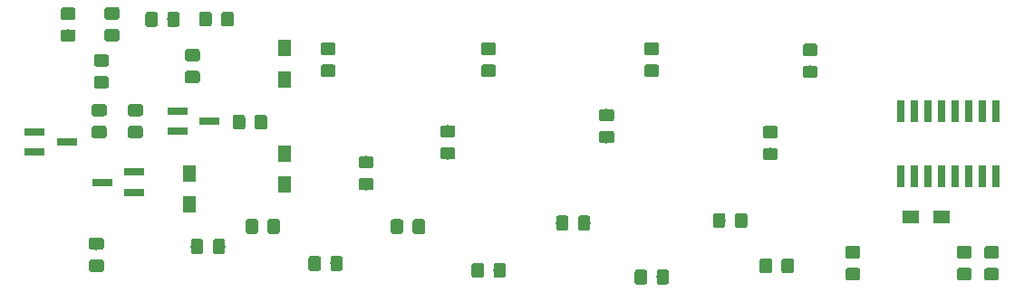
<source format=gbp>
G04 #@! TF.GenerationSoftware,KiCad,Pcbnew,5.1.4-e60b266~84~ubuntu18.04.1*
G04 #@! TF.CreationDate,2019-10-20T18:50:50+01:00*
G04 #@! TF.ProjectId,triggerseq,74726967-6765-4727-9365-712e6b696361,rev?*
G04 #@! TF.SameCoordinates,Original*
G04 #@! TF.FileFunction,Paste,Bot*
G04 #@! TF.FilePolarity,Positive*
%FSLAX46Y46*%
G04 Gerber Fmt 4.6, Leading zero omitted, Abs format (unit mm)*
G04 Created by KiCad (PCBNEW 5.1.4-e60b266~84~ubuntu18.04.1) date 2019-10-20 18:50:50*
%MOMM*%
%LPD*%
G04 APERTURE LIST*
%ADD10R,0.660400X2.032000*%
%ADD11R,1.900000X0.800000*%
%ADD12C,0.100000*%
%ADD13C,1.150000*%
%ADD14R,1.200000X1.500000*%
%ADD15R,1.500000X1.200000*%
G04 APERTURE END LIST*
D10*
X193167000Y-107975400D03*
X193167000Y-101828600D03*
X191897000Y-107975400D03*
X190627000Y-107975400D03*
X191897000Y-101828600D03*
X190627000Y-101828600D03*
X189357000Y-107975400D03*
X189357000Y-101828600D03*
X188087000Y-107975400D03*
X188087000Y-101828600D03*
X186817000Y-107975400D03*
X185547000Y-107975400D03*
X186817000Y-101828600D03*
X185547000Y-101828600D03*
X184277000Y-107975400D03*
X184277000Y-101828600D03*
D11*
X109675000Y-108500000D03*
X112675000Y-109450000D03*
X112675000Y-107550000D03*
X106375000Y-104750000D03*
X103375000Y-103800000D03*
X103375000Y-105700000D03*
X119725000Y-102800000D03*
X116725000Y-101850000D03*
X116725000Y-103750000D03*
D12*
G36*
X109874505Y-103226204D02*
G01*
X109898773Y-103229804D01*
X109922572Y-103235765D01*
X109945671Y-103244030D01*
X109967850Y-103254520D01*
X109988893Y-103267132D01*
X110008599Y-103281747D01*
X110026777Y-103298223D01*
X110043253Y-103316401D01*
X110057868Y-103336107D01*
X110070480Y-103357150D01*
X110080970Y-103379329D01*
X110089235Y-103402428D01*
X110095196Y-103426227D01*
X110098796Y-103450495D01*
X110100000Y-103474999D01*
X110100000Y-104125001D01*
X110098796Y-104149505D01*
X110095196Y-104173773D01*
X110089235Y-104197572D01*
X110080970Y-104220671D01*
X110070480Y-104242850D01*
X110057868Y-104263893D01*
X110043253Y-104283599D01*
X110026777Y-104301777D01*
X110008599Y-104318253D01*
X109988893Y-104332868D01*
X109967850Y-104345480D01*
X109945671Y-104355970D01*
X109922572Y-104364235D01*
X109898773Y-104370196D01*
X109874505Y-104373796D01*
X109850001Y-104375000D01*
X108949999Y-104375000D01*
X108925495Y-104373796D01*
X108901227Y-104370196D01*
X108877428Y-104364235D01*
X108854329Y-104355970D01*
X108832150Y-104345480D01*
X108811107Y-104332868D01*
X108791401Y-104318253D01*
X108773223Y-104301777D01*
X108756747Y-104283599D01*
X108742132Y-104263893D01*
X108729520Y-104242850D01*
X108719030Y-104220671D01*
X108710765Y-104197572D01*
X108704804Y-104173773D01*
X108701204Y-104149505D01*
X108700000Y-104125001D01*
X108700000Y-103474999D01*
X108701204Y-103450495D01*
X108704804Y-103426227D01*
X108710765Y-103402428D01*
X108719030Y-103379329D01*
X108729520Y-103357150D01*
X108742132Y-103336107D01*
X108756747Y-103316401D01*
X108773223Y-103298223D01*
X108791401Y-103281747D01*
X108811107Y-103267132D01*
X108832150Y-103254520D01*
X108854329Y-103244030D01*
X108877428Y-103235765D01*
X108901227Y-103229804D01*
X108925495Y-103226204D01*
X108949999Y-103225000D01*
X109850001Y-103225000D01*
X109874505Y-103226204D01*
X109874505Y-103226204D01*
G37*
D13*
X109400000Y-103800000D03*
D12*
G36*
X109874505Y-101176204D02*
G01*
X109898773Y-101179804D01*
X109922572Y-101185765D01*
X109945671Y-101194030D01*
X109967850Y-101204520D01*
X109988893Y-101217132D01*
X110008599Y-101231747D01*
X110026777Y-101248223D01*
X110043253Y-101266401D01*
X110057868Y-101286107D01*
X110070480Y-101307150D01*
X110080970Y-101329329D01*
X110089235Y-101352428D01*
X110095196Y-101376227D01*
X110098796Y-101400495D01*
X110100000Y-101424999D01*
X110100000Y-102075001D01*
X110098796Y-102099505D01*
X110095196Y-102123773D01*
X110089235Y-102147572D01*
X110080970Y-102170671D01*
X110070480Y-102192850D01*
X110057868Y-102213893D01*
X110043253Y-102233599D01*
X110026777Y-102251777D01*
X110008599Y-102268253D01*
X109988893Y-102282868D01*
X109967850Y-102295480D01*
X109945671Y-102305970D01*
X109922572Y-102314235D01*
X109898773Y-102320196D01*
X109874505Y-102323796D01*
X109850001Y-102325000D01*
X108949999Y-102325000D01*
X108925495Y-102323796D01*
X108901227Y-102320196D01*
X108877428Y-102314235D01*
X108854329Y-102305970D01*
X108832150Y-102295480D01*
X108811107Y-102282868D01*
X108791401Y-102268253D01*
X108773223Y-102251777D01*
X108756747Y-102233599D01*
X108742132Y-102213893D01*
X108729520Y-102192850D01*
X108719030Y-102170671D01*
X108710765Y-102147572D01*
X108704804Y-102123773D01*
X108701204Y-102099505D01*
X108700000Y-102075001D01*
X108700000Y-101424999D01*
X108701204Y-101400495D01*
X108704804Y-101376227D01*
X108710765Y-101352428D01*
X108719030Y-101329329D01*
X108729520Y-101307150D01*
X108742132Y-101286107D01*
X108756747Y-101266401D01*
X108773223Y-101248223D01*
X108791401Y-101231747D01*
X108811107Y-101217132D01*
X108832150Y-101204520D01*
X108854329Y-101194030D01*
X108877428Y-101185765D01*
X108901227Y-101179804D01*
X108925495Y-101176204D01*
X108949999Y-101175000D01*
X109850001Y-101175000D01*
X109874505Y-101176204D01*
X109874505Y-101176204D01*
G37*
D13*
X109400000Y-101750000D03*
D12*
G36*
X118599505Y-96026204D02*
G01*
X118623773Y-96029804D01*
X118647572Y-96035765D01*
X118670671Y-96044030D01*
X118692850Y-96054520D01*
X118713893Y-96067132D01*
X118733599Y-96081747D01*
X118751777Y-96098223D01*
X118768253Y-96116401D01*
X118782868Y-96136107D01*
X118795480Y-96157150D01*
X118805970Y-96179329D01*
X118814235Y-96202428D01*
X118820196Y-96226227D01*
X118823796Y-96250495D01*
X118825000Y-96274999D01*
X118825000Y-96925001D01*
X118823796Y-96949505D01*
X118820196Y-96973773D01*
X118814235Y-96997572D01*
X118805970Y-97020671D01*
X118795480Y-97042850D01*
X118782868Y-97063893D01*
X118768253Y-97083599D01*
X118751777Y-97101777D01*
X118733599Y-97118253D01*
X118713893Y-97132868D01*
X118692850Y-97145480D01*
X118670671Y-97155970D01*
X118647572Y-97164235D01*
X118623773Y-97170196D01*
X118599505Y-97173796D01*
X118575001Y-97175000D01*
X117674999Y-97175000D01*
X117650495Y-97173796D01*
X117626227Y-97170196D01*
X117602428Y-97164235D01*
X117579329Y-97155970D01*
X117557150Y-97145480D01*
X117536107Y-97132868D01*
X117516401Y-97118253D01*
X117498223Y-97101777D01*
X117481747Y-97083599D01*
X117467132Y-97063893D01*
X117454520Y-97042850D01*
X117444030Y-97020671D01*
X117435765Y-96997572D01*
X117429804Y-96973773D01*
X117426204Y-96949505D01*
X117425000Y-96925001D01*
X117425000Y-96274999D01*
X117426204Y-96250495D01*
X117429804Y-96226227D01*
X117435765Y-96202428D01*
X117444030Y-96179329D01*
X117454520Y-96157150D01*
X117467132Y-96136107D01*
X117481747Y-96116401D01*
X117498223Y-96098223D01*
X117516401Y-96081747D01*
X117536107Y-96067132D01*
X117557150Y-96054520D01*
X117579329Y-96044030D01*
X117602428Y-96035765D01*
X117626227Y-96029804D01*
X117650495Y-96026204D01*
X117674999Y-96025000D01*
X118575001Y-96025000D01*
X118599505Y-96026204D01*
X118599505Y-96026204D01*
G37*
D13*
X118125000Y-96600000D03*
D12*
G36*
X118599505Y-98076204D02*
G01*
X118623773Y-98079804D01*
X118647572Y-98085765D01*
X118670671Y-98094030D01*
X118692850Y-98104520D01*
X118713893Y-98117132D01*
X118733599Y-98131747D01*
X118751777Y-98148223D01*
X118768253Y-98166401D01*
X118782868Y-98186107D01*
X118795480Y-98207150D01*
X118805970Y-98229329D01*
X118814235Y-98252428D01*
X118820196Y-98276227D01*
X118823796Y-98300495D01*
X118825000Y-98324999D01*
X118825000Y-98975001D01*
X118823796Y-98999505D01*
X118820196Y-99023773D01*
X118814235Y-99047572D01*
X118805970Y-99070671D01*
X118795480Y-99092850D01*
X118782868Y-99113893D01*
X118768253Y-99133599D01*
X118751777Y-99151777D01*
X118733599Y-99168253D01*
X118713893Y-99182868D01*
X118692850Y-99195480D01*
X118670671Y-99205970D01*
X118647572Y-99214235D01*
X118623773Y-99220196D01*
X118599505Y-99223796D01*
X118575001Y-99225000D01*
X117674999Y-99225000D01*
X117650495Y-99223796D01*
X117626227Y-99220196D01*
X117602428Y-99214235D01*
X117579329Y-99205970D01*
X117557150Y-99195480D01*
X117536107Y-99182868D01*
X117516401Y-99168253D01*
X117498223Y-99151777D01*
X117481747Y-99133599D01*
X117467132Y-99113893D01*
X117454520Y-99092850D01*
X117444030Y-99070671D01*
X117435765Y-99047572D01*
X117429804Y-99023773D01*
X117426204Y-98999505D01*
X117425000Y-98975001D01*
X117425000Y-98324999D01*
X117426204Y-98300495D01*
X117429804Y-98276227D01*
X117435765Y-98252428D01*
X117444030Y-98229329D01*
X117454520Y-98207150D01*
X117467132Y-98186107D01*
X117481747Y-98166401D01*
X117498223Y-98148223D01*
X117516401Y-98131747D01*
X117536107Y-98117132D01*
X117557150Y-98104520D01*
X117579329Y-98094030D01*
X117602428Y-98085765D01*
X117626227Y-98079804D01*
X117650495Y-98076204D01*
X117674999Y-98075000D01*
X118575001Y-98075000D01*
X118599505Y-98076204D01*
X118599505Y-98076204D01*
G37*
D13*
X118125000Y-98650000D03*
D12*
G36*
X126071505Y-111945204D02*
G01*
X126095773Y-111948804D01*
X126119572Y-111954765D01*
X126142671Y-111963030D01*
X126164850Y-111973520D01*
X126185893Y-111986132D01*
X126205599Y-112000747D01*
X126223777Y-112017223D01*
X126240253Y-112035401D01*
X126254868Y-112055107D01*
X126267480Y-112076150D01*
X126277970Y-112098329D01*
X126286235Y-112121428D01*
X126292196Y-112145227D01*
X126295796Y-112169495D01*
X126297000Y-112193999D01*
X126297000Y-113094001D01*
X126295796Y-113118505D01*
X126292196Y-113142773D01*
X126286235Y-113166572D01*
X126277970Y-113189671D01*
X126267480Y-113211850D01*
X126254868Y-113232893D01*
X126240253Y-113252599D01*
X126223777Y-113270777D01*
X126205599Y-113287253D01*
X126185893Y-113301868D01*
X126164850Y-113314480D01*
X126142671Y-113324970D01*
X126119572Y-113333235D01*
X126095773Y-113339196D01*
X126071505Y-113342796D01*
X126047001Y-113344000D01*
X125396999Y-113344000D01*
X125372495Y-113342796D01*
X125348227Y-113339196D01*
X125324428Y-113333235D01*
X125301329Y-113324970D01*
X125279150Y-113314480D01*
X125258107Y-113301868D01*
X125238401Y-113287253D01*
X125220223Y-113270777D01*
X125203747Y-113252599D01*
X125189132Y-113232893D01*
X125176520Y-113211850D01*
X125166030Y-113189671D01*
X125157765Y-113166572D01*
X125151804Y-113142773D01*
X125148204Y-113118505D01*
X125147000Y-113094001D01*
X125147000Y-112193999D01*
X125148204Y-112169495D01*
X125151804Y-112145227D01*
X125157765Y-112121428D01*
X125166030Y-112098329D01*
X125176520Y-112076150D01*
X125189132Y-112055107D01*
X125203747Y-112035401D01*
X125220223Y-112017223D01*
X125238401Y-112000747D01*
X125258107Y-111986132D01*
X125279150Y-111973520D01*
X125301329Y-111963030D01*
X125324428Y-111954765D01*
X125348227Y-111948804D01*
X125372495Y-111945204D01*
X125396999Y-111944000D01*
X126047001Y-111944000D01*
X126071505Y-111945204D01*
X126071505Y-111945204D01*
G37*
D13*
X125722000Y-112644000D03*
D12*
G36*
X124021505Y-111945204D02*
G01*
X124045773Y-111948804D01*
X124069572Y-111954765D01*
X124092671Y-111963030D01*
X124114850Y-111973520D01*
X124135893Y-111986132D01*
X124155599Y-112000747D01*
X124173777Y-112017223D01*
X124190253Y-112035401D01*
X124204868Y-112055107D01*
X124217480Y-112076150D01*
X124227970Y-112098329D01*
X124236235Y-112121428D01*
X124242196Y-112145227D01*
X124245796Y-112169495D01*
X124247000Y-112193999D01*
X124247000Y-113094001D01*
X124245796Y-113118505D01*
X124242196Y-113142773D01*
X124236235Y-113166572D01*
X124227970Y-113189671D01*
X124217480Y-113211850D01*
X124204868Y-113232893D01*
X124190253Y-113252599D01*
X124173777Y-113270777D01*
X124155599Y-113287253D01*
X124135893Y-113301868D01*
X124114850Y-113314480D01*
X124092671Y-113324970D01*
X124069572Y-113333235D01*
X124045773Y-113339196D01*
X124021505Y-113342796D01*
X123997001Y-113344000D01*
X123346999Y-113344000D01*
X123322495Y-113342796D01*
X123298227Y-113339196D01*
X123274428Y-113333235D01*
X123251329Y-113324970D01*
X123229150Y-113314480D01*
X123208107Y-113301868D01*
X123188401Y-113287253D01*
X123170223Y-113270777D01*
X123153747Y-113252599D01*
X123139132Y-113232893D01*
X123126520Y-113211850D01*
X123116030Y-113189671D01*
X123107765Y-113166572D01*
X123101804Y-113142773D01*
X123098204Y-113118505D01*
X123097000Y-113094001D01*
X123097000Y-112193999D01*
X123098204Y-112169495D01*
X123101804Y-112145227D01*
X123107765Y-112121428D01*
X123116030Y-112098329D01*
X123126520Y-112076150D01*
X123139132Y-112055107D01*
X123153747Y-112035401D01*
X123170223Y-112017223D01*
X123188401Y-112000747D01*
X123208107Y-111986132D01*
X123229150Y-111973520D01*
X123251329Y-111963030D01*
X123274428Y-111954765D01*
X123298227Y-111948804D01*
X123322495Y-111945204D01*
X123346999Y-111944000D01*
X123997001Y-111944000D01*
X124021505Y-111945204D01*
X124021505Y-111945204D01*
G37*
D13*
X123672000Y-112644000D03*
D12*
G36*
X131284505Y-97479204D02*
G01*
X131308773Y-97482804D01*
X131332572Y-97488765D01*
X131355671Y-97497030D01*
X131377850Y-97507520D01*
X131398893Y-97520132D01*
X131418599Y-97534747D01*
X131436777Y-97551223D01*
X131453253Y-97569401D01*
X131467868Y-97589107D01*
X131480480Y-97610150D01*
X131490970Y-97632329D01*
X131499235Y-97655428D01*
X131505196Y-97679227D01*
X131508796Y-97703495D01*
X131510000Y-97727999D01*
X131510000Y-98378001D01*
X131508796Y-98402505D01*
X131505196Y-98426773D01*
X131499235Y-98450572D01*
X131490970Y-98473671D01*
X131480480Y-98495850D01*
X131467868Y-98516893D01*
X131453253Y-98536599D01*
X131436777Y-98554777D01*
X131418599Y-98571253D01*
X131398893Y-98585868D01*
X131377850Y-98598480D01*
X131355671Y-98608970D01*
X131332572Y-98617235D01*
X131308773Y-98623196D01*
X131284505Y-98626796D01*
X131260001Y-98628000D01*
X130359999Y-98628000D01*
X130335495Y-98626796D01*
X130311227Y-98623196D01*
X130287428Y-98617235D01*
X130264329Y-98608970D01*
X130242150Y-98598480D01*
X130221107Y-98585868D01*
X130201401Y-98571253D01*
X130183223Y-98554777D01*
X130166747Y-98536599D01*
X130152132Y-98516893D01*
X130139520Y-98495850D01*
X130129030Y-98473671D01*
X130120765Y-98450572D01*
X130114804Y-98426773D01*
X130111204Y-98402505D01*
X130110000Y-98378001D01*
X130110000Y-97727999D01*
X130111204Y-97703495D01*
X130114804Y-97679227D01*
X130120765Y-97655428D01*
X130129030Y-97632329D01*
X130139520Y-97610150D01*
X130152132Y-97589107D01*
X130166747Y-97569401D01*
X130183223Y-97551223D01*
X130201401Y-97534747D01*
X130221107Y-97520132D01*
X130242150Y-97507520D01*
X130264329Y-97497030D01*
X130287428Y-97488765D01*
X130311227Y-97482804D01*
X130335495Y-97479204D01*
X130359999Y-97478000D01*
X131260001Y-97478000D01*
X131284505Y-97479204D01*
X131284505Y-97479204D01*
G37*
D13*
X130810000Y-98053000D03*
D12*
G36*
X131284505Y-95429204D02*
G01*
X131308773Y-95432804D01*
X131332572Y-95438765D01*
X131355671Y-95447030D01*
X131377850Y-95457520D01*
X131398893Y-95470132D01*
X131418599Y-95484747D01*
X131436777Y-95501223D01*
X131453253Y-95519401D01*
X131467868Y-95539107D01*
X131480480Y-95560150D01*
X131490970Y-95582329D01*
X131499235Y-95605428D01*
X131505196Y-95629227D01*
X131508796Y-95653495D01*
X131510000Y-95677999D01*
X131510000Y-96328001D01*
X131508796Y-96352505D01*
X131505196Y-96376773D01*
X131499235Y-96400572D01*
X131490970Y-96423671D01*
X131480480Y-96445850D01*
X131467868Y-96466893D01*
X131453253Y-96486599D01*
X131436777Y-96504777D01*
X131418599Y-96521253D01*
X131398893Y-96535868D01*
X131377850Y-96548480D01*
X131355671Y-96558970D01*
X131332572Y-96567235D01*
X131308773Y-96573196D01*
X131284505Y-96576796D01*
X131260001Y-96578000D01*
X130359999Y-96578000D01*
X130335495Y-96576796D01*
X130311227Y-96573196D01*
X130287428Y-96567235D01*
X130264329Y-96558970D01*
X130242150Y-96548480D01*
X130221107Y-96535868D01*
X130201401Y-96521253D01*
X130183223Y-96504777D01*
X130166747Y-96486599D01*
X130152132Y-96466893D01*
X130139520Y-96445850D01*
X130129030Y-96423671D01*
X130120765Y-96400572D01*
X130114804Y-96376773D01*
X130111204Y-96352505D01*
X130110000Y-96328001D01*
X130110000Y-95677999D01*
X130111204Y-95653495D01*
X130114804Y-95629227D01*
X130120765Y-95605428D01*
X130129030Y-95582329D01*
X130139520Y-95560150D01*
X130152132Y-95539107D01*
X130166747Y-95519401D01*
X130183223Y-95501223D01*
X130201401Y-95484747D01*
X130221107Y-95470132D01*
X130242150Y-95457520D01*
X130264329Y-95447030D01*
X130287428Y-95438765D01*
X130311227Y-95432804D01*
X130335495Y-95429204D01*
X130359999Y-95428000D01*
X131260001Y-95428000D01*
X131284505Y-95429204D01*
X131284505Y-95429204D01*
G37*
D13*
X130810000Y-96003000D03*
D12*
G36*
X139631505Y-111958204D02*
G01*
X139655773Y-111961804D01*
X139679572Y-111967765D01*
X139702671Y-111976030D01*
X139724850Y-111986520D01*
X139745893Y-111999132D01*
X139765599Y-112013747D01*
X139783777Y-112030223D01*
X139800253Y-112048401D01*
X139814868Y-112068107D01*
X139827480Y-112089150D01*
X139837970Y-112111329D01*
X139846235Y-112134428D01*
X139852196Y-112158227D01*
X139855796Y-112182495D01*
X139857000Y-112206999D01*
X139857000Y-113107001D01*
X139855796Y-113131505D01*
X139852196Y-113155773D01*
X139846235Y-113179572D01*
X139837970Y-113202671D01*
X139827480Y-113224850D01*
X139814868Y-113245893D01*
X139800253Y-113265599D01*
X139783777Y-113283777D01*
X139765599Y-113300253D01*
X139745893Y-113314868D01*
X139724850Y-113327480D01*
X139702671Y-113337970D01*
X139679572Y-113346235D01*
X139655773Y-113352196D01*
X139631505Y-113355796D01*
X139607001Y-113357000D01*
X138956999Y-113357000D01*
X138932495Y-113355796D01*
X138908227Y-113352196D01*
X138884428Y-113346235D01*
X138861329Y-113337970D01*
X138839150Y-113327480D01*
X138818107Y-113314868D01*
X138798401Y-113300253D01*
X138780223Y-113283777D01*
X138763747Y-113265599D01*
X138749132Y-113245893D01*
X138736520Y-113224850D01*
X138726030Y-113202671D01*
X138717765Y-113179572D01*
X138711804Y-113155773D01*
X138708204Y-113131505D01*
X138707000Y-113107001D01*
X138707000Y-112206999D01*
X138708204Y-112182495D01*
X138711804Y-112158227D01*
X138717765Y-112134428D01*
X138726030Y-112111329D01*
X138736520Y-112089150D01*
X138749132Y-112068107D01*
X138763747Y-112048401D01*
X138780223Y-112030223D01*
X138798401Y-112013747D01*
X138818107Y-111999132D01*
X138839150Y-111986520D01*
X138861329Y-111976030D01*
X138884428Y-111967765D01*
X138908227Y-111961804D01*
X138932495Y-111958204D01*
X138956999Y-111957000D01*
X139607001Y-111957000D01*
X139631505Y-111958204D01*
X139631505Y-111958204D01*
G37*
D13*
X139282000Y-112657000D03*
D12*
G36*
X137581505Y-111958204D02*
G01*
X137605773Y-111961804D01*
X137629572Y-111967765D01*
X137652671Y-111976030D01*
X137674850Y-111986520D01*
X137695893Y-111999132D01*
X137715599Y-112013747D01*
X137733777Y-112030223D01*
X137750253Y-112048401D01*
X137764868Y-112068107D01*
X137777480Y-112089150D01*
X137787970Y-112111329D01*
X137796235Y-112134428D01*
X137802196Y-112158227D01*
X137805796Y-112182495D01*
X137807000Y-112206999D01*
X137807000Y-113107001D01*
X137805796Y-113131505D01*
X137802196Y-113155773D01*
X137796235Y-113179572D01*
X137787970Y-113202671D01*
X137777480Y-113224850D01*
X137764868Y-113245893D01*
X137750253Y-113265599D01*
X137733777Y-113283777D01*
X137715599Y-113300253D01*
X137695893Y-113314868D01*
X137674850Y-113327480D01*
X137652671Y-113337970D01*
X137629572Y-113346235D01*
X137605773Y-113352196D01*
X137581505Y-113355796D01*
X137557001Y-113357000D01*
X136906999Y-113357000D01*
X136882495Y-113355796D01*
X136858227Y-113352196D01*
X136834428Y-113346235D01*
X136811329Y-113337970D01*
X136789150Y-113327480D01*
X136768107Y-113314868D01*
X136748401Y-113300253D01*
X136730223Y-113283777D01*
X136713747Y-113265599D01*
X136699132Y-113245893D01*
X136686520Y-113224850D01*
X136676030Y-113202671D01*
X136667765Y-113179572D01*
X136661804Y-113155773D01*
X136658204Y-113131505D01*
X136657000Y-113107001D01*
X136657000Y-112206999D01*
X136658204Y-112182495D01*
X136661804Y-112158227D01*
X136667765Y-112134428D01*
X136676030Y-112111329D01*
X136686520Y-112089150D01*
X136699132Y-112068107D01*
X136713747Y-112048401D01*
X136730223Y-112030223D01*
X136748401Y-112013747D01*
X136768107Y-111999132D01*
X136789150Y-111986520D01*
X136811329Y-111976030D01*
X136834428Y-111967765D01*
X136858227Y-111961804D01*
X136882495Y-111958204D01*
X136906999Y-111957000D01*
X137557001Y-111957000D01*
X137581505Y-111958204D01*
X137581505Y-111958204D01*
G37*
D13*
X137232000Y-112657000D03*
D12*
G36*
X146270505Y-97479204D02*
G01*
X146294773Y-97482804D01*
X146318572Y-97488765D01*
X146341671Y-97497030D01*
X146363850Y-97507520D01*
X146384893Y-97520132D01*
X146404599Y-97534747D01*
X146422777Y-97551223D01*
X146439253Y-97569401D01*
X146453868Y-97589107D01*
X146466480Y-97610150D01*
X146476970Y-97632329D01*
X146485235Y-97655428D01*
X146491196Y-97679227D01*
X146494796Y-97703495D01*
X146496000Y-97727999D01*
X146496000Y-98378001D01*
X146494796Y-98402505D01*
X146491196Y-98426773D01*
X146485235Y-98450572D01*
X146476970Y-98473671D01*
X146466480Y-98495850D01*
X146453868Y-98516893D01*
X146439253Y-98536599D01*
X146422777Y-98554777D01*
X146404599Y-98571253D01*
X146384893Y-98585868D01*
X146363850Y-98598480D01*
X146341671Y-98608970D01*
X146318572Y-98617235D01*
X146294773Y-98623196D01*
X146270505Y-98626796D01*
X146246001Y-98628000D01*
X145345999Y-98628000D01*
X145321495Y-98626796D01*
X145297227Y-98623196D01*
X145273428Y-98617235D01*
X145250329Y-98608970D01*
X145228150Y-98598480D01*
X145207107Y-98585868D01*
X145187401Y-98571253D01*
X145169223Y-98554777D01*
X145152747Y-98536599D01*
X145138132Y-98516893D01*
X145125520Y-98495850D01*
X145115030Y-98473671D01*
X145106765Y-98450572D01*
X145100804Y-98426773D01*
X145097204Y-98402505D01*
X145096000Y-98378001D01*
X145096000Y-97727999D01*
X145097204Y-97703495D01*
X145100804Y-97679227D01*
X145106765Y-97655428D01*
X145115030Y-97632329D01*
X145125520Y-97610150D01*
X145138132Y-97589107D01*
X145152747Y-97569401D01*
X145169223Y-97551223D01*
X145187401Y-97534747D01*
X145207107Y-97520132D01*
X145228150Y-97507520D01*
X145250329Y-97497030D01*
X145273428Y-97488765D01*
X145297227Y-97482804D01*
X145321495Y-97479204D01*
X145345999Y-97478000D01*
X146246001Y-97478000D01*
X146270505Y-97479204D01*
X146270505Y-97479204D01*
G37*
D13*
X145796000Y-98053000D03*
D12*
G36*
X146270505Y-95429204D02*
G01*
X146294773Y-95432804D01*
X146318572Y-95438765D01*
X146341671Y-95447030D01*
X146363850Y-95457520D01*
X146384893Y-95470132D01*
X146404599Y-95484747D01*
X146422777Y-95501223D01*
X146439253Y-95519401D01*
X146453868Y-95539107D01*
X146466480Y-95560150D01*
X146476970Y-95582329D01*
X146485235Y-95605428D01*
X146491196Y-95629227D01*
X146494796Y-95653495D01*
X146496000Y-95677999D01*
X146496000Y-96328001D01*
X146494796Y-96352505D01*
X146491196Y-96376773D01*
X146485235Y-96400572D01*
X146476970Y-96423671D01*
X146466480Y-96445850D01*
X146453868Y-96466893D01*
X146439253Y-96486599D01*
X146422777Y-96504777D01*
X146404599Y-96521253D01*
X146384893Y-96535868D01*
X146363850Y-96548480D01*
X146341671Y-96558970D01*
X146318572Y-96567235D01*
X146294773Y-96573196D01*
X146270505Y-96576796D01*
X146246001Y-96578000D01*
X145345999Y-96578000D01*
X145321495Y-96576796D01*
X145297227Y-96573196D01*
X145273428Y-96567235D01*
X145250329Y-96558970D01*
X145228150Y-96548480D01*
X145207107Y-96535868D01*
X145187401Y-96521253D01*
X145169223Y-96504777D01*
X145152747Y-96486599D01*
X145138132Y-96466893D01*
X145125520Y-96445850D01*
X145115030Y-96423671D01*
X145106765Y-96400572D01*
X145100804Y-96376773D01*
X145097204Y-96352505D01*
X145096000Y-96328001D01*
X145096000Y-95677999D01*
X145097204Y-95653495D01*
X145100804Y-95629227D01*
X145106765Y-95605428D01*
X145115030Y-95582329D01*
X145125520Y-95560150D01*
X145138132Y-95539107D01*
X145152747Y-95519401D01*
X145169223Y-95501223D01*
X145187401Y-95484747D01*
X145207107Y-95470132D01*
X145228150Y-95457520D01*
X145250329Y-95447030D01*
X145273428Y-95438765D01*
X145297227Y-95432804D01*
X145321495Y-95429204D01*
X145345999Y-95428000D01*
X146246001Y-95428000D01*
X146270505Y-95429204D01*
X146270505Y-95429204D01*
G37*
D13*
X145796000Y-96003000D03*
D12*
G36*
X155078505Y-111615204D02*
G01*
X155102773Y-111618804D01*
X155126572Y-111624765D01*
X155149671Y-111633030D01*
X155171850Y-111643520D01*
X155192893Y-111656132D01*
X155212599Y-111670747D01*
X155230777Y-111687223D01*
X155247253Y-111705401D01*
X155261868Y-111725107D01*
X155274480Y-111746150D01*
X155284970Y-111768329D01*
X155293235Y-111791428D01*
X155299196Y-111815227D01*
X155302796Y-111839495D01*
X155304000Y-111863999D01*
X155304000Y-112764001D01*
X155302796Y-112788505D01*
X155299196Y-112812773D01*
X155293235Y-112836572D01*
X155284970Y-112859671D01*
X155274480Y-112881850D01*
X155261868Y-112902893D01*
X155247253Y-112922599D01*
X155230777Y-112940777D01*
X155212599Y-112957253D01*
X155192893Y-112971868D01*
X155171850Y-112984480D01*
X155149671Y-112994970D01*
X155126572Y-113003235D01*
X155102773Y-113009196D01*
X155078505Y-113012796D01*
X155054001Y-113014000D01*
X154403999Y-113014000D01*
X154379495Y-113012796D01*
X154355227Y-113009196D01*
X154331428Y-113003235D01*
X154308329Y-112994970D01*
X154286150Y-112984480D01*
X154265107Y-112971868D01*
X154245401Y-112957253D01*
X154227223Y-112940777D01*
X154210747Y-112922599D01*
X154196132Y-112902893D01*
X154183520Y-112881850D01*
X154173030Y-112859671D01*
X154164765Y-112836572D01*
X154158804Y-112812773D01*
X154155204Y-112788505D01*
X154154000Y-112764001D01*
X154154000Y-111863999D01*
X154155204Y-111839495D01*
X154158804Y-111815227D01*
X154164765Y-111791428D01*
X154173030Y-111768329D01*
X154183520Y-111746150D01*
X154196132Y-111725107D01*
X154210747Y-111705401D01*
X154227223Y-111687223D01*
X154245401Y-111670747D01*
X154265107Y-111656132D01*
X154286150Y-111643520D01*
X154308329Y-111633030D01*
X154331428Y-111624765D01*
X154355227Y-111618804D01*
X154379495Y-111615204D01*
X154403999Y-111614000D01*
X155054001Y-111614000D01*
X155078505Y-111615204D01*
X155078505Y-111615204D01*
G37*
D13*
X154729000Y-112314000D03*
D12*
G36*
X153028505Y-111615204D02*
G01*
X153052773Y-111618804D01*
X153076572Y-111624765D01*
X153099671Y-111633030D01*
X153121850Y-111643520D01*
X153142893Y-111656132D01*
X153162599Y-111670747D01*
X153180777Y-111687223D01*
X153197253Y-111705401D01*
X153211868Y-111725107D01*
X153224480Y-111746150D01*
X153234970Y-111768329D01*
X153243235Y-111791428D01*
X153249196Y-111815227D01*
X153252796Y-111839495D01*
X153254000Y-111863999D01*
X153254000Y-112764001D01*
X153252796Y-112788505D01*
X153249196Y-112812773D01*
X153243235Y-112836572D01*
X153234970Y-112859671D01*
X153224480Y-112881850D01*
X153211868Y-112902893D01*
X153197253Y-112922599D01*
X153180777Y-112940777D01*
X153162599Y-112957253D01*
X153142893Y-112971868D01*
X153121850Y-112984480D01*
X153099671Y-112994970D01*
X153076572Y-113003235D01*
X153052773Y-113009196D01*
X153028505Y-113012796D01*
X153004001Y-113014000D01*
X152353999Y-113014000D01*
X152329495Y-113012796D01*
X152305227Y-113009196D01*
X152281428Y-113003235D01*
X152258329Y-112994970D01*
X152236150Y-112984480D01*
X152215107Y-112971868D01*
X152195401Y-112957253D01*
X152177223Y-112940777D01*
X152160747Y-112922599D01*
X152146132Y-112902893D01*
X152133520Y-112881850D01*
X152123030Y-112859671D01*
X152114765Y-112836572D01*
X152108804Y-112812773D01*
X152105204Y-112788505D01*
X152104000Y-112764001D01*
X152104000Y-111863999D01*
X152105204Y-111839495D01*
X152108804Y-111815227D01*
X152114765Y-111791428D01*
X152123030Y-111768329D01*
X152133520Y-111746150D01*
X152146132Y-111725107D01*
X152160747Y-111705401D01*
X152177223Y-111687223D01*
X152195401Y-111670747D01*
X152215107Y-111656132D01*
X152236150Y-111643520D01*
X152258329Y-111633030D01*
X152281428Y-111624765D01*
X152305227Y-111618804D01*
X152329495Y-111615204D01*
X152353999Y-111614000D01*
X153004001Y-111614000D01*
X153028505Y-111615204D01*
X153028505Y-111615204D01*
G37*
D13*
X152679000Y-112314000D03*
D12*
G36*
X161510505Y-97479204D02*
G01*
X161534773Y-97482804D01*
X161558572Y-97488765D01*
X161581671Y-97497030D01*
X161603850Y-97507520D01*
X161624893Y-97520132D01*
X161644599Y-97534747D01*
X161662777Y-97551223D01*
X161679253Y-97569401D01*
X161693868Y-97589107D01*
X161706480Y-97610150D01*
X161716970Y-97632329D01*
X161725235Y-97655428D01*
X161731196Y-97679227D01*
X161734796Y-97703495D01*
X161736000Y-97727999D01*
X161736000Y-98378001D01*
X161734796Y-98402505D01*
X161731196Y-98426773D01*
X161725235Y-98450572D01*
X161716970Y-98473671D01*
X161706480Y-98495850D01*
X161693868Y-98516893D01*
X161679253Y-98536599D01*
X161662777Y-98554777D01*
X161644599Y-98571253D01*
X161624893Y-98585868D01*
X161603850Y-98598480D01*
X161581671Y-98608970D01*
X161558572Y-98617235D01*
X161534773Y-98623196D01*
X161510505Y-98626796D01*
X161486001Y-98628000D01*
X160585999Y-98628000D01*
X160561495Y-98626796D01*
X160537227Y-98623196D01*
X160513428Y-98617235D01*
X160490329Y-98608970D01*
X160468150Y-98598480D01*
X160447107Y-98585868D01*
X160427401Y-98571253D01*
X160409223Y-98554777D01*
X160392747Y-98536599D01*
X160378132Y-98516893D01*
X160365520Y-98495850D01*
X160355030Y-98473671D01*
X160346765Y-98450572D01*
X160340804Y-98426773D01*
X160337204Y-98402505D01*
X160336000Y-98378001D01*
X160336000Y-97727999D01*
X160337204Y-97703495D01*
X160340804Y-97679227D01*
X160346765Y-97655428D01*
X160355030Y-97632329D01*
X160365520Y-97610150D01*
X160378132Y-97589107D01*
X160392747Y-97569401D01*
X160409223Y-97551223D01*
X160427401Y-97534747D01*
X160447107Y-97520132D01*
X160468150Y-97507520D01*
X160490329Y-97497030D01*
X160513428Y-97488765D01*
X160537227Y-97482804D01*
X160561495Y-97479204D01*
X160585999Y-97478000D01*
X161486001Y-97478000D01*
X161510505Y-97479204D01*
X161510505Y-97479204D01*
G37*
D13*
X161036000Y-98053000D03*
D12*
G36*
X161510505Y-95429204D02*
G01*
X161534773Y-95432804D01*
X161558572Y-95438765D01*
X161581671Y-95447030D01*
X161603850Y-95457520D01*
X161624893Y-95470132D01*
X161644599Y-95484747D01*
X161662777Y-95501223D01*
X161679253Y-95519401D01*
X161693868Y-95539107D01*
X161706480Y-95560150D01*
X161716970Y-95582329D01*
X161725235Y-95605428D01*
X161731196Y-95629227D01*
X161734796Y-95653495D01*
X161736000Y-95677999D01*
X161736000Y-96328001D01*
X161734796Y-96352505D01*
X161731196Y-96376773D01*
X161725235Y-96400572D01*
X161716970Y-96423671D01*
X161706480Y-96445850D01*
X161693868Y-96466893D01*
X161679253Y-96486599D01*
X161662777Y-96504777D01*
X161644599Y-96521253D01*
X161624893Y-96535868D01*
X161603850Y-96548480D01*
X161581671Y-96558970D01*
X161558572Y-96567235D01*
X161534773Y-96573196D01*
X161510505Y-96576796D01*
X161486001Y-96578000D01*
X160585999Y-96578000D01*
X160561495Y-96576796D01*
X160537227Y-96573196D01*
X160513428Y-96567235D01*
X160490329Y-96558970D01*
X160468150Y-96548480D01*
X160447107Y-96535868D01*
X160427401Y-96521253D01*
X160409223Y-96504777D01*
X160392747Y-96486599D01*
X160378132Y-96466893D01*
X160365520Y-96445850D01*
X160355030Y-96423671D01*
X160346765Y-96400572D01*
X160340804Y-96376773D01*
X160337204Y-96352505D01*
X160336000Y-96328001D01*
X160336000Y-95677999D01*
X160337204Y-95653495D01*
X160340804Y-95629227D01*
X160346765Y-95605428D01*
X160355030Y-95582329D01*
X160365520Y-95560150D01*
X160378132Y-95539107D01*
X160392747Y-95519401D01*
X160409223Y-95501223D01*
X160427401Y-95484747D01*
X160447107Y-95470132D01*
X160468150Y-95457520D01*
X160490329Y-95447030D01*
X160513428Y-95438765D01*
X160537227Y-95432804D01*
X160561495Y-95429204D01*
X160585999Y-95428000D01*
X161486001Y-95428000D01*
X161510505Y-95429204D01*
X161510505Y-95429204D01*
G37*
D13*
X161036000Y-96003000D03*
D12*
G36*
X169742505Y-111386204D02*
G01*
X169766773Y-111389804D01*
X169790572Y-111395765D01*
X169813671Y-111404030D01*
X169835850Y-111414520D01*
X169856893Y-111427132D01*
X169876599Y-111441747D01*
X169894777Y-111458223D01*
X169911253Y-111476401D01*
X169925868Y-111496107D01*
X169938480Y-111517150D01*
X169948970Y-111539329D01*
X169957235Y-111562428D01*
X169963196Y-111586227D01*
X169966796Y-111610495D01*
X169968000Y-111634999D01*
X169968000Y-112535001D01*
X169966796Y-112559505D01*
X169963196Y-112583773D01*
X169957235Y-112607572D01*
X169948970Y-112630671D01*
X169938480Y-112652850D01*
X169925868Y-112673893D01*
X169911253Y-112693599D01*
X169894777Y-112711777D01*
X169876599Y-112728253D01*
X169856893Y-112742868D01*
X169835850Y-112755480D01*
X169813671Y-112765970D01*
X169790572Y-112774235D01*
X169766773Y-112780196D01*
X169742505Y-112783796D01*
X169718001Y-112785000D01*
X169067999Y-112785000D01*
X169043495Y-112783796D01*
X169019227Y-112780196D01*
X168995428Y-112774235D01*
X168972329Y-112765970D01*
X168950150Y-112755480D01*
X168929107Y-112742868D01*
X168909401Y-112728253D01*
X168891223Y-112711777D01*
X168874747Y-112693599D01*
X168860132Y-112673893D01*
X168847520Y-112652850D01*
X168837030Y-112630671D01*
X168828765Y-112607572D01*
X168822804Y-112583773D01*
X168819204Y-112559505D01*
X168818000Y-112535001D01*
X168818000Y-111634999D01*
X168819204Y-111610495D01*
X168822804Y-111586227D01*
X168828765Y-111562428D01*
X168837030Y-111539329D01*
X168847520Y-111517150D01*
X168860132Y-111496107D01*
X168874747Y-111476401D01*
X168891223Y-111458223D01*
X168909401Y-111441747D01*
X168929107Y-111427132D01*
X168950150Y-111414520D01*
X168972329Y-111404030D01*
X168995428Y-111395765D01*
X169019227Y-111389804D01*
X169043495Y-111386204D01*
X169067999Y-111385000D01*
X169718001Y-111385000D01*
X169742505Y-111386204D01*
X169742505Y-111386204D01*
G37*
D13*
X169393000Y-112085000D03*
D12*
G36*
X167692505Y-111386204D02*
G01*
X167716773Y-111389804D01*
X167740572Y-111395765D01*
X167763671Y-111404030D01*
X167785850Y-111414520D01*
X167806893Y-111427132D01*
X167826599Y-111441747D01*
X167844777Y-111458223D01*
X167861253Y-111476401D01*
X167875868Y-111496107D01*
X167888480Y-111517150D01*
X167898970Y-111539329D01*
X167907235Y-111562428D01*
X167913196Y-111586227D01*
X167916796Y-111610495D01*
X167918000Y-111634999D01*
X167918000Y-112535001D01*
X167916796Y-112559505D01*
X167913196Y-112583773D01*
X167907235Y-112607572D01*
X167898970Y-112630671D01*
X167888480Y-112652850D01*
X167875868Y-112673893D01*
X167861253Y-112693599D01*
X167844777Y-112711777D01*
X167826599Y-112728253D01*
X167806893Y-112742868D01*
X167785850Y-112755480D01*
X167763671Y-112765970D01*
X167740572Y-112774235D01*
X167716773Y-112780196D01*
X167692505Y-112783796D01*
X167668001Y-112785000D01*
X167017999Y-112785000D01*
X166993495Y-112783796D01*
X166969227Y-112780196D01*
X166945428Y-112774235D01*
X166922329Y-112765970D01*
X166900150Y-112755480D01*
X166879107Y-112742868D01*
X166859401Y-112728253D01*
X166841223Y-112711777D01*
X166824747Y-112693599D01*
X166810132Y-112673893D01*
X166797520Y-112652850D01*
X166787030Y-112630671D01*
X166778765Y-112607572D01*
X166772804Y-112583773D01*
X166769204Y-112559505D01*
X166768000Y-112535001D01*
X166768000Y-111634999D01*
X166769204Y-111610495D01*
X166772804Y-111586227D01*
X166778765Y-111562428D01*
X166787030Y-111539329D01*
X166797520Y-111517150D01*
X166810132Y-111496107D01*
X166824747Y-111476401D01*
X166841223Y-111458223D01*
X166859401Y-111441747D01*
X166879107Y-111427132D01*
X166900150Y-111414520D01*
X166922329Y-111404030D01*
X166945428Y-111395765D01*
X166969227Y-111389804D01*
X166993495Y-111386204D01*
X167017999Y-111385000D01*
X167668001Y-111385000D01*
X167692505Y-111386204D01*
X167692505Y-111386204D01*
G37*
D13*
X167343000Y-112085000D03*
D12*
G36*
X110084505Y-98570504D02*
G01*
X110108773Y-98574104D01*
X110132572Y-98580065D01*
X110155671Y-98588330D01*
X110177850Y-98598820D01*
X110198893Y-98611432D01*
X110218599Y-98626047D01*
X110236777Y-98642523D01*
X110253253Y-98660701D01*
X110267868Y-98680407D01*
X110280480Y-98701450D01*
X110290970Y-98723629D01*
X110299235Y-98746728D01*
X110305196Y-98770527D01*
X110308796Y-98794795D01*
X110310000Y-98819299D01*
X110310000Y-99469301D01*
X110308796Y-99493805D01*
X110305196Y-99518073D01*
X110299235Y-99541872D01*
X110290970Y-99564971D01*
X110280480Y-99587150D01*
X110267868Y-99608193D01*
X110253253Y-99627899D01*
X110236777Y-99646077D01*
X110218599Y-99662553D01*
X110198893Y-99677168D01*
X110177850Y-99689780D01*
X110155671Y-99700270D01*
X110132572Y-99708535D01*
X110108773Y-99714496D01*
X110084505Y-99718096D01*
X110060001Y-99719300D01*
X109159999Y-99719300D01*
X109135495Y-99718096D01*
X109111227Y-99714496D01*
X109087428Y-99708535D01*
X109064329Y-99700270D01*
X109042150Y-99689780D01*
X109021107Y-99677168D01*
X109001401Y-99662553D01*
X108983223Y-99646077D01*
X108966747Y-99627899D01*
X108952132Y-99608193D01*
X108939520Y-99587150D01*
X108929030Y-99564971D01*
X108920765Y-99541872D01*
X108914804Y-99518073D01*
X108911204Y-99493805D01*
X108910000Y-99469301D01*
X108910000Y-98819299D01*
X108911204Y-98794795D01*
X108914804Y-98770527D01*
X108920765Y-98746728D01*
X108929030Y-98723629D01*
X108939520Y-98701450D01*
X108952132Y-98680407D01*
X108966747Y-98660701D01*
X108983223Y-98642523D01*
X109001401Y-98626047D01*
X109021107Y-98611432D01*
X109042150Y-98598820D01*
X109064329Y-98588330D01*
X109087428Y-98580065D01*
X109111227Y-98574104D01*
X109135495Y-98570504D01*
X109159999Y-98569300D01*
X110060001Y-98569300D01*
X110084505Y-98570504D01*
X110084505Y-98570504D01*
G37*
D13*
X109610000Y-99144300D03*
D12*
G36*
X110084505Y-96520504D02*
G01*
X110108773Y-96524104D01*
X110132572Y-96530065D01*
X110155671Y-96538330D01*
X110177850Y-96548820D01*
X110198893Y-96561432D01*
X110218599Y-96576047D01*
X110236777Y-96592523D01*
X110253253Y-96610701D01*
X110267868Y-96630407D01*
X110280480Y-96651450D01*
X110290970Y-96673629D01*
X110299235Y-96696728D01*
X110305196Y-96720527D01*
X110308796Y-96744795D01*
X110310000Y-96769299D01*
X110310000Y-97419301D01*
X110308796Y-97443805D01*
X110305196Y-97468073D01*
X110299235Y-97491872D01*
X110290970Y-97514971D01*
X110280480Y-97537150D01*
X110267868Y-97558193D01*
X110253253Y-97577899D01*
X110236777Y-97596077D01*
X110218599Y-97612553D01*
X110198893Y-97627168D01*
X110177850Y-97639780D01*
X110155671Y-97650270D01*
X110132572Y-97658535D01*
X110108773Y-97664496D01*
X110084505Y-97668096D01*
X110060001Y-97669300D01*
X109159999Y-97669300D01*
X109135495Y-97668096D01*
X109111227Y-97664496D01*
X109087428Y-97658535D01*
X109064329Y-97650270D01*
X109042150Y-97639780D01*
X109021107Y-97627168D01*
X109001401Y-97612553D01*
X108983223Y-97596077D01*
X108966747Y-97577899D01*
X108952132Y-97558193D01*
X108939520Y-97537150D01*
X108929030Y-97514971D01*
X108920765Y-97491872D01*
X108914804Y-97468073D01*
X108911204Y-97443805D01*
X108910000Y-97419301D01*
X108910000Y-96769299D01*
X108911204Y-96744795D01*
X108914804Y-96720527D01*
X108920765Y-96696728D01*
X108929030Y-96673629D01*
X108939520Y-96651450D01*
X108952132Y-96630407D01*
X108966747Y-96610701D01*
X108983223Y-96592523D01*
X109001401Y-96576047D01*
X109021107Y-96561432D01*
X109042150Y-96548820D01*
X109064329Y-96538330D01*
X109087428Y-96530065D01*
X109111227Y-96524104D01*
X109135495Y-96520504D01*
X109159999Y-96519300D01*
X110060001Y-96519300D01*
X110084505Y-96520504D01*
X110084505Y-96520504D01*
G37*
D13*
X109610000Y-97094300D03*
D12*
G36*
X106983505Y-94194504D02*
G01*
X107007773Y-94198104D01*
X107031572Y-94204065D01*
X107054671Y-94212330D01*
X107076850Y-94222820D01*
X107097893Y-94235432D01*
X107117599Y-94250047D01*
X107135777Y-94266523D01*
X107152253Y-94284701D01*
X107166868Y-94304407D01*
X107179480Y-94325450D01*
X107189970Y-94347629D01*
X107198235Y-94370728D01*
X107204196Y-94394527D01*
X107207796Y-94418795D01*
X107209000Y-94443299D01*
X107209000Y-95093301D01*
X107207796Y-95117805D01*
X107204196Y-95142073D01*
X107198235Y-95165872D01*
X107189970Y-95188971D01*
X107179480Y-95211150D01*
X107166868Y-95232193D01*
X107152253Y-95251899D01*
X107135777Y-95270077D01*
X107117599Y-95286553D01*
X107097893Y-95301168D01*
X107076850Y-95313780D01*
X107054671Y-95324270D01*
X107031572Y-95332535D01*
X107007773Y-95338496D01*
X106983505Y-95342096D01*
X106959001Y-95343300D01*
X106058999Y-95343300D01*
X106034495Y-95342096D01*
X106010227Y-95338496D01*
X105986428Y-95332535D01*
X105963329Y-95324270D01*
X105941150Y-95313780D01*
X105920107Y-95301168D01*
X105900401Y-95286553D01*
X105882223Y-95270077D01*
X105865747Y-95251899D01*
X105851132Y-95232193D01*
X105838520Y-95211150D01*
X105828030Y-95188971D01*
X105819765Y-95165872D01*
X105813804Y-95142073D01*
X105810204Y-95117805D01*
X105809000Y-95093301D01*
X105809000Y-94443299D01*
X105810204Y-94418795D01*
X105813804Y-94394527D01*
X105819765Y-94370728D01*
X105828030Y-94347629D01*
X105838520Y-94325450D01*
X105851132Y-94304407D01*
X105865747Y-94284701D01*
X105882223Y-94266523D01*
X105900401Y-94250047D01*
X105920107Y-94235432D01*
X105941150Y-94222820D01*
X105963329Y-94212330D01*
X105986428Y-94204065D01*
X106010227Y-94198104D01*
X106034495Y-94194504D01*
X106058999Y-94193300D01*
X106959001Y-94193300D01*
X106983505Y-94194504D01*
X106983505Y-94194504D01*
G37*
D13*
X106509000Y-94768300D03*
D12*
G36*
X106983505Y-92144504D02*
G01*
X107007773Y-92148104D01*
X107031572Y-92154065D01*
X107054671Y-92162330D01*
X107076850Y-92172820D01*
X107097893Y-92185432D01*
X107117599Y-92200047D01*
X107135777Y-92216523D01*
X107152253Y-92234701D01*
X107166868Y-92254407D01*
X107179480Y-92275450D01*
X107189970Y-92297629D01*
X107198235Y-92320728D01*
X107204196Y-92344527D01*
X107207796Y-92368795D01*
X107209000Y-92393299D01*
X107209000Y-93043301D01*
X107207796Y-93067805D01*
X107204196Y-93092073D01*
X107198235Y-93115872D01*
X107189970Y-93138971D01*
X107179480Y-93161150D01*
X107166868Y-93182193D01*
X107152253Y-93201899D01*
X107135777Y-93220077D01*
X107117599Y-93236553D01*
X107097893Y-93251168D01*
X107076850Y-93263780D01*
X107054671Y-93274270D01*
X107031572Y-93282535D01*
X107007773Y-93288496D01*
X106983505Y-93292096D01*
X106959001Y-93293300D01*
X106058999Y-93293300D01*
X106034495Y-93292096D01*
X106010227Y-93288496D01*
X105986428Y-93282535D01*
X105963329Y-93274270D01*
X105941150Y-93263780D01*
X105920107Y-93251168D01*
X105900401Y-93236553D01*
X105882223Y-93220077D01*
X105865747Y-93201899D01*
X105851132Y-93182193D01*
X105838520Y-93161150D01*
X105828030Y-93138971D01*
X105819765Y-93115872D01*
X105813804Y-93092073D01*
X105810204Y-93067805D01*
X105809000Y-93043301D01*
X105809000Y-92393299D01*
X105810204Y-92368795D01*
X105813804Y-92344527D01*
X105819765Y-92320728D01*
X105828030Y-92297629D01*
X105838520Y-92275450D01*
X105851132Y-92254407D01*
X105865747Y-92234701D01*
X105882223Y-92216523D01*
X105900401Y-92200047D01*
X105920107Y-92185432D01*
X105941150Y-92172820D01*
X105963329Y-92162330D01*
X105986428Y-92154065D01*
X106010227Y-92148104D01*
X106034495Y-92144504D01*
X106058999Y-92143300D01*
X106959001Y-92143300D01*
X106983505Y-92144504D01*
X106983505Y-92144504D01*
G37*
D13*
X106509000Y-92718300D03*
D12*
G36*
X176313505Y-97589704D02*
G01*
X176337773Y-97593304D01*
X176361572Y-97599265D01*
X176384671Y-97607530D01*
X176406850Y-97618020D01*
X176427893Y-97630632D01*
X176447599Y-97645247D01*
X176465777Y-97661723D01*
X176482253Y-97679901D01*
X176496868Y-97699607D01*
X176509480Y-97720650D01*
X176519970Y-97742829D01*
X176528235Y-97765928D01*
X176534196Y-97789727D01*
X176537796Y-97813995D01*
X176539000Y-97838499D01*
X176539000Y-98488501D01*
X176537796Y-98513005D01*
X176534196Y-98537273D01*
X176528235Y-98561072D01*
X176519970Y-98584171D01*
X176509480Y-98606350D01*
X176496868Y-98627393D01*
X176482253Y-98647099D01*
X176465777Y-98665277D01*
X176447599Y-98681753D01*
X176427893Y-98696368D01*
X176406850Y-98708980D01*
X176384671Y-98719470D01*
X176361572Y-98727735D01*
X176337773Y-98733696D01*
X176313505Y-98737296D01*
X176289001Y-98738500D01*
X175388999Y-98738500D01*
X175364495Y-98737296D01*
X175340227Y-98733696D01*
X175316428Y-98727735D01*
X175293329Y-98719470D01*
X175271150Y-98708980D01*
X175250107Y-98696368D01*
X175230401Y-98681753D01*
X175212223Y-98665277D01*
X175195747Y-98647099D01*
X175181132Y-98627393D01*
X175168520Y-98606350D01*
X175158030Y-98584171D01*
X175149765Y-98561072D01*
X175143804Y-98537273D01*
X175140204Y-98513005D01*
X175139000Y-98488501D01*
X175139000Y-97838499D01*
X175140204Y-97813995D01*
X175143804Y-97789727D01*
X175149765Y-97765928D01*
X175158030Y-97742829D01*
X175168520Y-97720650D01*
X175181132Y-97699607D01*
X175195747Y-97679901D01*
X175212223Y-97661723D01*
X175230401Y-97645247D01*
X175250107Y-97630632D01*
X175271150Y-97618020D01*
X175293329Y-97607530D01*
X175316428Y-97599265D01*
X175340227Y-97593304D01*
X175364495Y-97589704D01*
X175388999Y-97588500D01*
X176289001Y-97588500D01*
X176313505Y-97589704D01*
X176313505Y-97589704D01*
G37*
D13*
X175839000Y-98163500D03*
D12*
G36*
X176313505Y-95539704D02*
G01*
X176337773Y-95543304D01*
X176361572Y-95549265D01*
X176384671Y-95557530D01*
X176406850Y-95568020D01*
X176427893Y-95580632D01*
X176447599Y-95595247D01*
X176465777Y-95611723D01*
X176482253Y-95629901D01*
X176496868Y-95649607D01*
X176509480Y-95670650D01*
X176519970Y-95692829D01*
X176528235Y-95715928D01*
X176534196Y-95739727D01*
X176537796Y-95763995D01*
X176539000Y-95788499D01*
X176539000Y-96438501D01*
X176537796Y-96463005D01*
X176534196Y-96487273D01*
X176528235Y-96511072D01*
X176519970Y-96534171D01*
X176509480Y-96556350D01*
X176496868Y-96577393D01*
X176482253Y-96597099D01*
X176465777Y-96615277D01*
X176447599Y-96631753D01*
X176427893Y-96646368D01*
X176406850Y-96658980D01*
X176384671Y-96669470D01*
X176361572Y-96677735D01*
X176337773Y-96683696D01*
X176313505Y-96687296D01*
X176289001Y-96688500D01*
X175388999Y-96688500D01*
X175364495Y-96687296D01*
X175340227Y-96683696D01*
X175316428Y-96677735D01*
X175293329Y-96669470D01*
X175271150Y-96658980D01*
X175250107Y-96646368D01*
X175230401Y-96631753D01*
X175212223Y-96615277D01*
X175195747Y-96597099D01*
X175181132Y-96577393D01*
X175168520Y-96556350D01*
X175158030Y-96534171D01*
X175149765Y-96511072D01*
X175143804Y-96487273D01*
X175140204Y-96463005D01*
X175139000Y-96438501D01*
X175139000Y-95788499D01*
X175140204Y-95763995D01*
X175143804Y-95739727D01*
X175149765Y-95715928D01*
X175158030Y-95692829D01*
X175168520Y-95670650D01*
X175181132Y-95649607D01*
X175195747Y-95629901D01*
X175212223Y-95611723D01*
X175230401Y-95595247D01*
X175250107Y-95580632D01*
X175271150Y-95568020D01*
X175293329Y-95557530D01*
X175316428Y-95549265D01*
X175340227Y-95543304D01*
X175364495Y-95539704D01*
X175388999Y-95538500D01*
X176289001Y-95538500D01*
X176313505Y-95539704D01*
X176313505Y-95539704D01*
G37*
D13*
X175839000Y-96113500D03*
D12*
G36*
X131943505Y-115412204D02*
G01*
X131967773Y-115415804D01*
X131991572Y-115421765D01*
X132014671Y-115430030D01*
X132036850Y-115440520D01*
X132057893Y-115453132D01*
X132077599Y-115467747D01*
X132095777Y-115484223D01*
X132112253Y-115502401D01*
X132126868Y-115522107D01*
X132139480Y-115543150D01*
X132149970Y-115565329D01*
X132158235Y-115588428D01*
X132164196Y-115612227D01*
X132167796Y-115636495D01*
X132169000Y-115660999D01*
X132169000Y-116561001D01*
X132167796Y-116585505D01*
X132164196Y-116609773D01*
X132158235Y-116633572D01*
X132149970Y-116656671D01*
X132139480Y-116678850D01*
X132126868Y-116699893D01*
X132112253Y-116719599D01*
X132095777Y-116737777D01*
X132077599Y-116754253D01*
X132057893Y-116768868D01*
X132036850Y-116781480D01*
X132014671Y-116791970D01*
X131991572Y-116800235D01*
X131967773Y-116806196D01*
X131943505Y-116809796D01*
X131919001Y-116811000D01*
X131268999Y-116811000D01*
X131244495Y-116809796D01*
X131220227Y-116806196D01*
X131196428Y-116800235D01*
X131173329Y-116791970D01*
X131151150Y-116781480D01*
X131130107Y-116768868D01*
X131110401Y-116754253D01*
X131092223Y-116737777D01*
X131075747Y-116719599D01*
X131061132Y-116699893D01*
X131048520Y-116678850D01*
X131038030Y-116656671D01*
X131029765Y-116633572D01*
X131023804Y-116609773D01*
X131020204Y-116585505D01*
X131019000Y-116561001D01*
X131019000Y-115660999D01*
X131020204Y-115636495D01*
X131023804Y-115612227D01*
X131029765Y-115588428D01*
X131038030Y-115565329D01*
X131048520Y-115543150D01*
X131061132Y-115522107D01*
X131075747Y-115502401D01*
X131092223Y-115484223D01*
X131110401Y-115467747D01*
X131130107Y-115453132D01*
X131151150Y-115440520D01*
X131173329Y-115430030D01*
X131196428Y-115421765D01*
X131220227Y-115415804D01*
X131244495Y-115412204D01*
X131268999Y-115411000D01*
X131919001Y-115411000D01*
X131943505Y-115412204D01*
X131943505Y-115412204D01*
G37*
D13*
X131594000Y-116111000D03*
D12*
G36*
X129893505Y-115412204D02*
G01*
X129917773Y-115415804D01*
X129941572Y-115421765D01*
X129964671Y-115430030D01*
X129986850Y-115440520D01*
X130007893Y-115453132D01*
X130027599Y-115467747D01*
X130045777Y-115484223D01*
X130062253Y-115502401D01*
X130076868Y-115522107D01*
X130089480Y-115543150D01*
X130099970Y-115565329D01*
X130108235Y-115588428D01*
X130114196Y-115612227D01*
X130117796Y-115636495D01*
X130119000Y-115660999D01*
X130119000Y-116561001D01*
X130117796Y-116585505D01*
X130114196Y-116609773D01*
X130108235Y-116633572D01*
X130099970Y-116656671D01*
X130089480Y-116678850D01*
X130076868Y-116699893D01*
X130062253Y-116719599D01*
X130045777Y-116737777D01*
X130027599Y-116754253D01*
X130007893Y-116768868D01*
X129986850Y-116781480D01*
X129964671Y-116791970D01*
X129941572Y-116800235D01*
X129917773Y-116806196D01*
X129893505Y-116809796D01*
X129869001Y-116811000D01*
X129218999Y-116811000D01*
X129194495Y-116809796D01*
X129170227Y-116806196D01*
X129146428Y-116800235D01*
X129123329Y-116791970D01*
X129101150Y-116781480D01*
X129080107Y-116768868D01*
X129060401Y-116754253D01*
X129042223Y-116737777D01*
X129025747Y-116719599D01*
X129011132Y-116699893D01*
X128998520Y-116678850D01*
X128988030Y-116656671D01*
X128979765Y-116633572D01*
X128973804Y-116609773D01*
X128970204Y-116585505D01*
X128969000Y-116561001D01*
X128969000Y-115660999D01*
X128970204Y-115636495D01*
X128973804Y-115612227D01*
X128979765Y-115588428D01*
X128988030Y-115565329D01*
X128998520Y-115543150D01*
X129011132Y-115522107D01*
X129025747Y-115502401D01*
X129042223Y-115484223D01*
X129060401Y-115467747D01*
X129080107Y-115453132D01*
X129101150Y-115440520D01*
X129123329Y-115430030D01*
X129146428Y-115421765D01*
X129170227Y-115415804D01*
X129194495Y-115412204D01*
X129218999Y-115411000D01*
X129869001Y-115411000D01*
X129893505Y-115412204D01*
X129893505Y-115412204D01*
G37*
D13*
X129544000Y-116111000D03*
D12*
G36*
X134822505Y-108105204D02*
G01*
X134846773Y-108108804D01*
X134870572Y-108114765D01*
X134893671Y-108123030D01*
X134915850Y-108133520D01*
X134936893Y-108146132D01*
X134956599Y-108160747D01*
X134974777Y-108177223D01*
X134991253Y-108195401D01*
X135005868Y-108215107D01*
X135018480Y-108236150D01*
X135028970Y-108258329D01*
X135037235Y-108281428D01*
X135043196Y-108305227D01*
X135046796Y-108329495D01*
X135048000Y-108353999D01*
X135048000Y-109004001D01*
X135046796Y-109028505D01*
X135043196Y-109052773D01*
X135037235Y-109076572D01*
X135028970Y-109099671D01*
X135018480Y-109121850D01*
X135005868Y-109142893D01*
X134991253Y-109162599D01*
X134974777Y-109180777D01*
X134956599Y-109197253D01*
X134936893Y-109211868D01*
X134915850Y-109224480D01*
X134893671Y-109234970D01*
X134870572Y-109243235D01*
X134846773Y-109249196D01*
X134822505Y-109252796D01*
X134798001Y-109254000D01*
X133897999Y-109254000D01*
X133873495Y-109252796D01*
X133849227Y-109249196D01*
X133825428Y-109243235D01*
X133802329Y-109234970D01*
X133780150Y-109224480D01*
X133759107Y-109211868D01*
X133739401Y-109197253D01*
X133721223Y-109180777D01*
X133704747Y-109162599D01*
X133690132Y-109142893D01*
X133677520Y-109121850D01*
X133667030Y-109099671D01*
X133658765Y-109076572D01*
X133652804Y-109052773D01*
X133649204Y-109028505D01*
X133648000Y-109004001D01*
X133648000Y-108353999D01*
X133649204Y-108329495D01*
X133652804Y-108305227D01*
X133658765Y-108281428D01*
X133667030Y-108258329D01*
X133677520Y-108236150D01*
X133690132Y-108215107D01*
X133704747Y-108195401D01*
X133721223Y-108177223D01*
X133739401Y-108160747D01*
X133759107Y-108146132D01*
X133780150Y-108133520D01*
X133802329Y-108123030D01*
X133825428Y-108114765D01*
X133849227Y-108108804D01*
X133873495Y-108105204D01*
X133897999Y-108104000D01*
X134798001Y-108104000D01*
X134822505Y-108105204D01*
X134822505Y-108105204D01*
G37*
D13*
X134348000Y-108679000D03*
D12*
G36*
X134822505Y-106055204D02*
G01*
X134846773Y-106058804D01*
X134870572Y-106064765D01*
X134893671Y-106073030D01*
X134915850Y-106083520D01*
X134936893Y-106096132D01*
X134956599Y-106110747D01*
X134974777Y-106127223D01*
X134991253Y-106145401D01*
X135005868Y-106165107D01*
X135018480Y-106186150D01*
X135028970Y-106208329D01*
X135037235Y-106231428D01*
X135043196Y-106255227D01*
X135046796Y-106279495D01*
X135048000Y-106303999D01*
X135048000Y-106954001D01*
X135046796Y-106978505D01*
X135043196Y-107002773D01*
X135037235Y-107026572D01*
X135028970Y-107049671D01*
X135018480Y-107071850D01*
X135005868Y-107092893D01*
X134991253Y-107112599D01*
X134974777Y-107130777D01*
X134956599Y-107147253D01*
X134936893Y-107161868D01*
X134915850Y-107174480D01*
X134893671Y-107184970D01*
X134870572Y-107193235D01*
X134846773Y-107199196D01*
X134822505Y-107202796D01*
X134798001Y-107204000D01*
X133897999Y-107204000D01*
X133873495Y-107202796D01*
X133849227Y-107199196D01*
X133825428Y-107193235D01*
X133802329Y-107184970D01*
X133780150Y-107174480D01*
X133759107Y-107161868D01*
X133739401Y-107147253D01*
X133721223Y-107130777D01*
X133704747Y-107112599D01*
X133690132Y-107092893D01*
X133677520Y-107071850D01*
X133667030Y-107049671D01*
X133658765Y-107026572D01*
X133652804Y-107002773D01*
X133649204Y-106978505D01*
X133648000Y-106954001D01*
X133648000Y-106303999D01*
X133649204Y-106279495D01*
X133652804Y-106255227D01*
X133658765Y-106231428D01*
X133667030Y-106208329D01*
X133677520Y-106186150D01*
X133690132Y-106165107D01*
X133704747Y-106145401D01*
X133721223Y-106127223D01*
X133739401Y-106110747D01*
X133759107Y-106096132D01*
X133780150Y-106083520D01*
X133802329Y-106073030D01*
X133825428Y-106064765D01*
X133849227Y-106058804D01*
X133873495Y-106055204D01*
X133897999Y-106054000D01*
X134798001Y-106054000D01*
X134822505Y-106055204D01*
X134822505Y-106055204D01*
G37*
D13*
X134348000Y-106629000D03*
D12*
G36*
X147183505Y-116047204D02*
G01*
X147207773Y-116050804D01*
X147231572Y-116056765D01*
X147254671Y-116065030D01*
X147276850Y-116075520D01*
X147297893Y-116088132D01*
X147317599Y-116102747D01*
X147335777Y-116119223D01*
X147352253Y-116137401D01*
X147366868Y-116157107D01*
X147379480Y-116178150D01*
X147389970Y-116200329D01*
X147398235Y-116223428D01*
X147404196Y-116247227D01*
X147407796Y-116271495D01*
X147409000Y-116295999D01*
X147409000Y-117196001D01*
X147407796Y-117220505D01*
X147404196Y-117244773D01*
X147398235Y-117268572D01*
X147389970Y-117291671D01*
X147379480Y-117313850D01*
X147366868Y-117334893D01*
X147352253Y-117354599D01*
X147335777Y-117372777D01*
X147317599Y-117389253D01*
X147297893Y-117403868D01*
X147276850Y-117416480D01*
X147254671Y-117426970D01*
X147231572Y-117435235D01*
X147207773Y-117441196D01*
X147183505Y-117444796D01*
X147159001Y-117446000D01*
X146508999Y-117446000D01*
X146484495Y-117444796D01*
X146460227Y-117441196D01*
X146436428Y-117435235D01*
X146413329Y-117426970D01*
X146391150Y-117416480D01*
X146370107Y-117403868D01*
X146350401Y-117389253D01*
X146332223Y-117372777D01*
X146315747Y-117354599D01*
X146301132Y-117334893D01*
X146288520Y-117313850D01*
X146278030Y-117291671D01*
X146269765Y-117268572D01*
X146263804Y-117244773D01*
X146260204Y-117220505D01*
X146259000Y-117196001D01*
X146259000Y-116295999D01*
X146260204Y-116271495D01*
X146263804Y-116247227D01*
X146269765Y-116223428D01*
X146278030Y-116200329D01*
X146288520Y-116178150D01*
X146301132Y-116157107D01*
X146315747Y-116137401D01*
X146332223Y-116119223D01*
X146350401Y-116102747D01*
X146370107Y-116088132D01*
X146391150Y-116075520D01*
X146413329Y-116065030D01*
X146436428Y-116056765D01*
X146460227Y-116050804D01*
X146484495Y-116047204D01*
X146508999Y-116046000D01*
X147159001Y-116046000D01*
X147183505Y-116047204D01*
X147183505Y-116047204D01*
G37*
D13*
X146834000Y-116746000D03*
D12*
G36*
X145133505Y-116047204D02*
G01*
X145157773Y-116050804D01*
X145181572Y-116056765D01*
X145204671Y-116065030D01*
X145226850Y-116075520D01*
X145247893Y-116088132D01*
X145267599Y-116102747D01*
X145285777Y-116119223D01*
X145302253Y-116137401D01*
X145316868Y-116157107D01*
X145329480Y-116178150D01*
X145339970Y-116200329D01*
X145348235Y-116223428D01*
X145354196Y-116247227D01*
X145357796Y-116271495D01*
X145359000Y-116295999D01*
X145359000Y-117196001D01*
X145357796Y-117220505D01*
X145354196Y-117244773D01*
X145348235Y-117268572D01*
X145339970Y-117291671D01*
X145329480Y-117313850D01*
X145316868Y-117334893D01*
X145302253Y-117354599D01*
X145285777Y-117372777D01*
X145267599Y-117389253D01*
X145247893Y-117403868D01*
X145226850Y-117416480D01*
X145204671Y-117426970D01*
X145181572Y-117435235D01*
X145157773Y-117441196D01*
X145133505Y-117444796D01*
X145109001Y-117446000D01*
X144458999Y-117446000D01*
X144434495Y-117444796D01*
X144410227Y-117441196D01*
X144386428Y-117435235D01*
X144363329Y-117426970D01*
X144341150Y-117416480D01*
X144320107Y-117403868D01*
X144300401Y-117389253D01*
X144282223Y-117372777D01*
X144265747Y-117354599D01*
X144251132Y-117334893D01*
X144238520Y-117313850D01*
X144228030Y-117291671D01*
X144219765Y-117268572D01*
X144213804Y-117244773D01*
X144210204Y-117220505D01*
X144209000Y-117196001D01*
X144209000Y-116295999D01*
X144210204Y-116271495D01*
X144213804Y-116247227D01*
X144219765Y-116223428D01*
X144228030Y-116200329D01*
X144238520Y-116178150D01*
X144251132Y-116157107D01*
X144265747Y-116137401D01*
X144282223Y-116119223D01*
X144300401Y-116102747D01*
X144320107Y-116088132D01*
X144341150Y-116075520D01*
X144363329Y-116065030D01*
X144386428Y-116056765D01*
X144410227Y-116050804D01*
X144434495Y-116047204D01*
X144458999Y-116046000D01*
X145109001Y-116046000D01*
X145133505Y-116047204D01*
X145133505Y-116047204D01*
G37*
D13*
X144784000Y-116746000D03*
D12*
G36*
X193260505Y-114488204D02*
G01*
X193284773Y-114491804D01*
X193308572Y-114497765D01*
X193331671Y-114506030D01*
X193353850Y-114516520D01*
X193374893Y-114529132D01*
X193394599Y-114543747D01*
X193412777Y-114560223D01*
X193429253Y-114578401D01*
X193443868Y-114598107D01*
X193456480Y-114619150D01*
X193466970Y-114641329D01*
X193475235Y-114664428D01*
X193481196Y-114688227D01*
X193484796Y-114712495D01*
X193486000Y-114736999D01*
X193486000Y-115387001D01*
X193484796Y-115411505D01*
X193481196Y-115435773D01*
X193475235Y-115459572D01*
X193466970Y-115482671D01*
X193456480Y-115504850D01*
X193443868Y-115525893D01*
X193429253Y-115545599D01*
X193412777Y-115563777D01*
X193394599Y-115580253D01*
X193374893Y-115594868D01*
X193353850Y-115607480D01*
X193331671Y-115617970D01*
X193308572Y-115626235D01*
X193284773Y-115632196D01*
X193260505Y-115635796D01*
X193236001Y-115637000D01*
X192335999Y-115637000D01*
X192311495Y-115635796D01*
X192287227Y-115632196D01*
X192263428Y-115626235D01*
X192240329Y-115617970D01*
X192218150Y-115607480D01*
X192197107Y-115594868D01*
X192177401Y-115580253D01*
X192159223Y-115563777D01*
X192142747Y-115545599D01*
X192128132Y-115525893D01*
X192115520Y-115504850D01*
X192105030Y-115482671D01*
X192096765Y-115459572D01*
X192090804Y-115435773D01*
X192087204Y-115411505D01*
X192086000Y-115387001D01*
X192086000Y-114736999D01*
X192087204Y-114712495D01*
X192090804Y-114688227D01*
X192096765Y-114664428D01*
X192105030Y-114641329D01*
X192115520Y-114619150D01*
X192128132Y-114598107D01*
X192142747Y-114578401D01*
X192159223Y-114560223D01*
X192177401Y-114543747D01*
X192197107Y-114529132D01*
X192218150Y-114516520D01*
X192240329Y-114506030D01*
X192263428Y-114497765D01*
X192287227Y-114491804D01*
X192311495Y-114488204D01*
X192335999Y-114487000D01*
X193236001Y-114487000D01*
X193260505Y-114488204D01*
X193260505Y-114488204D01*
G37*
D13*
X192786000Y-115062000D03*
D12*
G36*
X193260505Y-116538204D02*
G01*
X193284773Y-116541804D01*
X193308572Y-116547765D01*
X193331671Y-116556030D01*
X193353850Y-116566520D01*
X193374893Y-116579132D01*
X193394599Y-116593747D01*
X193412777Y-116610223D01*
X193429253Y-116628401D01*
X193443868Y-116648107D01*
X193456480Y-116669150D01*
X193466970Y-116691329D01*
X193475235Y-116714428D01*
X193481196Y-116738227D01*
X193484796Y-116762495D01*
X193486000Y-116786999D01*
X193486000Y-117437001D01*
X193484796Y-117461505D01*
X193481196Y-117485773D01*
X193475235Y-117509572D01*
X193466970Y-117532671D01*
X193456480Y-117554850D01*
X193443868Y-117575893D01*
X193429253Y-117595599D01*
X193412777Y-117613777D01*
X193394599Y-117630253D01*
X193374893Y-117644868D01*
X193353850Y-117657480D01*
X193331671Y-117667970D01*
X193308572Y-117676235D01*
X193284773Y-117682196D01*
X193260505Y-117685796D01*
X193236001Y-117687000D01*
X192335999Y-117687000D01*
X192311495Y-117685796D01*
X192287227Y-117682196D01*
X192263428Y-117676235D01*
X192240329Y-117667970D01*
X192218150Y-117657480D01*
X192197107Y-117644868D01*
X192177401Y-117630253D01*
X192159223Y-117613777D01*
X192142747Y-117595599D01*
X192128132Y-117575893D01*
X192115520Y-117554850D01*
X192105030Y-117532671D01*
X192096765Y-117509572D01*
X192090804Y-117485773D01*
X192087204Y-117461505D01*
X192086000Y-117437001D01*
X192086000Y-116786999D01*
X192087204Y-116762495D01*
X192090804Y-116738227D01*
X192096765Y-116714428D01*
X192105030Y-116691329D01*
X192115520Y-116669150D01*
X192128132Y-116648107D01*
X192142747Y-116628401D01*
X192159223Y-116610223D01*
X192177401Y-116593747D01*
X192197107Y-116579132D01*
X192218150Y-116566520D01*
X192240329Y-116556030D01*
X192263428Y-116547765D01*
X192287227Y-116541804D01*
X192311495Y-116538204D01*
X192335999Y-116537000D01*
X193236001Y-116537000D01*
X193260505Y-116538204D01*
X193260505Y-116538204D01*
G37*
D13*
X192786000Y-117112000D03*
D12*
G36*
X142463505Y-105218204D02*
G01*
X142487773Y-105221804D01*
X142511572Y-105227765D01*
X142534671Y-105236030D01*
X142556850Y-105246520D01*
X142577893Y-105259132D01*
X142597599Y-105273747D01*
X142615777Y-105290223D01*
X142632253Y-105308401D01*
X142646868Y-105328107D01*
X142659480Y-105349150D01*
X142669970Y-105371329D01*
X142678235Y-105394428D01*
X142684196Y-105418227D01*
X142687796Y-105442495D01*
X142689000Y-105466999D01*
X142689000Y-106117001D01*
X142687796Y-106141505D01*
X142684196Y-106165773D01*
X142678235Y-106189572D01*
X142669970Y-106212671D01*
X142659480Y-106234850D01*
X142646868Y-106255893D01*
X142632253Y-106275599D01*
X142615777Y-106293777D01*
X142597599Y-106310253D01*
X142577893Y-106324868D01*
X142556850Y-106337480D01*
X142534671Y-106347970D01*
X142511572Y-106356235D01*
X142487773Y-106362196D01*
X142463505Y-106365796D01*
X142439001Y-106367000D01*
X141538999Y-106367000D01*
X141514495Y-106365796D01*
X141490227Y-106362196D01*
X141466428Y-106356235D01*
X141443329Y-106347970D01*
X141421150Y-106337480D01*
X141400107Y-106324868D01*
X141380401Y-106310253D01*
X141362223Y-106293777D01*
X141345747Y-106275599D01*
X141331132Y-106255893D01*
X141318520Y-106234850D01*
X141308030Y-106212671D01*
X141299765Y-106189572D01*
X141293804Y-106165773D01*
X141290204Y-106141505D01*
X141289000Y-106117001D01*
X141289000Y-105466999D01*
X141290204Y-105442495D01*
X141293804Y-105418227D01*
X141299765Y-105394428D01*
X141308030Y-105371329D01*
X141318520Y-105349150D01*
X141331132Y-105328107D01*
X141345747Y-105308401D01*
X141362223Y-105290223D01*
X141380401Y-105273747D01*
X141400107Y-105259132D01*
X141421150Y-105246520D01*
X141443329Y-105236030D01*
X141466428Y-105227765D01*
X141490227Y-105221804D01*
X141514495Y-105218204D01*
X141538999Y-105217000D01*
X142439001Y-105217000D01*
X142463505Y-105218204D01*
X142463505Y-105218204D01*
G37*
D13*
X141989000Y-105792000D03*
D12*
G36*
X142463505Y-103168204D02*
G01*
X142487773Y-103171804D01*
X142511572Y-103177765D01*
X142534671Y-103186030D01*
X142556850Y-103196520D01*
X142577893Y-103209132D01*
X142597599Y-103223747D01*
X142615777Y-103240223D01*
X142632253Y-103258401D01*
X142646868Y-103278107D01*
X142659480Y-103299150D01*
X142669970Y-103321329D01*
X142678235Y-103344428D01*
X142684196Y-103368227D01*
X142687796Y-103392495D01*
X142689000Y-103416999D01*
X142689000Y-104067001D01*
X142687796Y-104091505D01*
X142684196Y-104115773D01*
X142678235Y-104139572D01*
X142669970Y-104162671D01*
X142659480Y-104184850D01*
X142646868Y-104205893D01*
X142632253Y-104225599D01*
X142615777Y-104243777D01*
X142597599Y-104260253D01*
X142577893Y-104274868D01*
X142556850Y-104287480D01*
X142534671Y-104297970D01*
X142511572Y-104306235D01*
X142487773Y-104312196D01*
X142463505Y-104315796D01*
X142439001Y-104317000D01*
X141538999Y-104317000D01*
X141514495Y-104315796D01*
X141490227Y-104312196D01*
X141466428Y-104306235D01*
X141443329Y-104297970D01*
X141421150Y-104287480D01*
X141400107Y-104274868D01*
X141380401Y-104260253D01*
X141362223Y-104243777D01*
X141345747Y-104225599D01*
X141331132Y-104205893D01*
X141318520Y-104184850D01*
X141308030Y-104162671D01*
X141299765Y-104139572D01*
X141293804Y-104115773D01*
X141290204Y-104091505D01*
X141289000Y-104067001D01*
X141289000Y-103416999D01*
X141290204Y-103392495D01*
X141293804Y-103368227D01*
X141299765Y-103344428D01*
X141308030Y-103321329D01*
X141318520Y-103299150D01*
X141331132Y-103278107D01*
X141345747Y-103258401D01*
X141362223Y-103240223D01*
X141380401Y-103223747D01*
X141400107Y-103209132D01*
X141421150Y-103196520D01*
X141443329Y-103186030D01*
X141466428Y-103177765D01*
X141490227Y-103171804D01*
X141514495Y-103168204D01*
X141538999Y-103167000D01*
X142439001Y-103167000D01*
X142463505Y-103168204D01*
X142463505Y-103168204D01*
G37*
D13*
X141989000Y-103742000D03*
D12*
G36*
X162423505Y-116682204D02*
G01*
X162447773Y-116685804D01*
X162471572Y-116691765D01*
X162494671Y-116700030D01*
X162516850Y-116710520D01*
X162537893Y-116723132D01*
X162557599Y-116737747D01*
X162575777Y-116754223D01*
X162592253Y-116772401D01*
X162606868Y-116792107D01*
X162619480Y-116813150D01*
X162629970Y-116835329D01*
X162638235Y-116858428D01*
X162644196Y-116882227D01*
X162647796Y-116906495D01*
X162649000Y-116930999D01*
X162649000Y-117831001D01*
X162647796Y-117855505D01*
X162644196Y-117879773D01*
X162638235Y-117903572D01*
X162629970Y-117926671D01*
X162619480Y-117948850D01*
X162606868Y-117969893D01*
X162592253Y-117989599D01*
X162575777Y-118007777D01*
X162557599Y-118024253D01*
X162537893Y-118038868D01*
X162516850Y-118051480D01*
X162494671Y-118061970D01*
X162471572Y-118070235D01*
X162447773Y-118076196D01*
X162423505Y-118079796D01*
X162399001Y-118081000D01*
X161748999Y-118081000D01*
X161724495Y-118079796D01*
X161700227Y-118076196D01*
X161676428Y-118070235D01*
X161653329Y-118061970D01*
X161631150Y-118051480D01*
X161610107Y-118038868D01*
X161590401Y-118024253D01*
X161572223Y-118007777D01*
X161555747Y-117989599D01*
X161541132Y-117969893D01*
X161528520Y-117948850D01*
X161518030Y-117926671D01*
X161509765Y-117903572D01*
X161503804Y-117879773D01*
X161500204Y-117855505D01*
X161499000Y-117831001D01*
X161499000Y-116930999D01*
X161500204Y-116906495D01*
X161503804Y-116882227D01*
X161509765Y-116858428D01*
X161518030Y-116835329D01*
X161528520Y-116813150D01*
X161541132Y-116792107D01*
X161555747Y-116772401D01*
X161572223Y-116754223D01*
X161590401Y-116737747D01*
X161610107Y-116723132D01*
X161631150Y-116710520D01*
X161653329Y-116700030D01*
X161676428Y-116691765D01*
X161700227Y-116685804D01*
X161724495Y-116682204D01*
X161748999Y-116681000D01*
X162399001Y-116681000D01*
X162423505Y-116682204D01*
X162423505Y-116682204D01*
G37*
D13*
X162074000Y-117381000D03*
D12*
G36*
X160373505Y-116682204D02*
G01*
X160397773Y-116685804D01*
X160421572Y-116691765D01*
X160444671Y-116700030D01*
X160466850Y-116710520D01*
X160487893Y-116723132D01*
X160507599Y-116737747D01*
X160525777Y-116754223D01*
X160542253Y-116772401D01*
X160556868Y-116792107D01*
X160569480Y-116813150D01*
X160579970Y-116835329D01*
X160588235Y-116858428D01*
X160594196Y-116882227D01*
X160597796Y-116906495D01*
X160599000Y-116930999D01*
X160599000Y-117831001D01*
X160597796Y-117855505D01*
X160594196Y-117879773D01*
X160588235Y-117903572D01*
X160579970Y-117926671D01*
X160569480Y-117948850D01*
X160556868Y-117969893D01*
X160542253Y-117989599D01*
X160525777Y-118007777D01*
X160507599Y-118024253D01*
X160487893Y-118038868D01*
X160466850Y-118051480D01*
X160444671Y-118061970D01*
X160421572Y-118070235D01*
X160397773Y-118076196D01*
X160373505Y-118079796D01*
X160349001Y-118081000D01*
X159698999Y-118081000D01*
X159674495Y-118079796D01*
X159650227Y-118076196D01*
X159626428Y-118070235D01*
X159603329Y-118061970D01*
X159581150Y-118051480D01*
X159560107Y-118038868D01*
X159540401Y-118024253D01*
X159522223Y-118007777D01*
X159505747Y-117989599D01*
X159491132Y-117969893D01*
X159478520Y-117948850D01*
X159468030Y-117926671D01*
X159459765Y-117903572D01*
X159453804Y-117879773D01*
X159450204Y-117855505D01*
X159449000Y-117831001D01*
X159449000Y-116930999D01*
X159450204Y-116906495D01*
X159453804Y-116882227D01*
X159459765Y-116858428D01*
X159468030Y-116835329D01*
X159478520Y-116813150D01*
X159491132Y-116792107D01*
X159505747Y-116772401D01*
X159522223Y-116754223D01*
X159540401Y-116737747D01*
X159560107Y-116723132D01*
X159581150Y-116710520D01*
X159603329Y-116700030D01*
X159626428Y-116691765D01*
X159650227Y-116685804D01*
X159674495Y-116682204D01*
X159698999Y-116681000D01*
X160349001Y-116681000D01*
X160373505Y-116682204D01*
X160373505Y-116682204D01*
G37*
D13*
X160024000Y-117381000D03*
D12*
G36*
X157296505Y-103696204D02*
G01*
X157320773Y-103699804D01*
X157344572Y-103705765D01*
X157367671Y-103714030D01*
X157389850Y-103724520D01*
X157410893Y-103737132D01*
X157430599Y-103751747D01*
X157448777Y-103768223D01*
X157465253Y-103786401D01*
X157479868Y-103806107D01*
X157492480Y-103827150D01*
X157502970Y-103849329D01*
X157511235Y-103872428D01*
X157517196Y-103896227D01*
X157520796Y-103920495D01*
X157522000Y-103944999D01*
X157522000Y-104595001D01*
X157520796Y-104619505D01*
X157517196Y-104643773D01*
X157511235Y-104667572D01*
X157502970Y-104690671D01*
X157492480Y-104712850D01*
X157479868Y-104733893D01*
X157465253Y-104753599D01*
X157448777Y-104771777D01*
X157430599Y-104788253D01*
X157410893Y-104802868D01*
X157389850Y-104815480D01*
X157367671Y-104825970D01*
X157344572Y-104834235D01*
X157320773Y-104840196D01*
X157296505Y-104843796D01*
X157272001Y-104845000D01*
X156371999Y-104845000D01*
X156347495Y-104843796D01*
X156323227Y-104840196D01*
X156299428Y-104834235D01*
X156276329Y-104825970D01*
X156254150Y-104815480D01*
X156233107Y-104802868D01*
X156213401Y-104788253D01*
X156195223Y-104771777D01*
X156178747Y-104753599D01*
X156164132Y-104733893D01*
X156151520Y-104712850D01*
X156141030Y-104690671D01*
X156132765Y-104667572D01*
X156126804Y-104643773D01*
X156123204Y-104619505D01*
X156122000Y-104595001D01*
X156122000Y-103944999D01*
X156123204Y-103920495D01*
X156126804Y-103896227D01*
X156132765Y-103872428D01*
X156141030Y-103849329D01*
X156151520Y-103827150D01*
X156164132Y-103806107D01*
X156178747Y-103786401D01*
X156195223Y-103768223D01*
X156213401Y-103751747D01*
X156233107Y-103737132D01*
X156254150Y-103724520D01*
X156276329Y-103714030D01*
X156299428Y-103705765D01*
X156323227Y-103699804D01*
X156347495Y-103696204D01*
X156371999Y-103695000D01*
X157272001Y-103695000D01*
X157296505Y-103696204D01*
X157296505Y-103696204D01*
G37*
D13*
X156822000Y-104270000D03*
D12*
G36*
X157296505Y-101646204D02*
G01*
X157320773Y-101649804D01*
X157344572Y-101655765D01*
X157367671Y-101664030D01*
X157389850Y-101674520D01*
X157410893Y-101687132D01*
X157430599Y-101701747D01*
X157448777Y-101718223D01*
X157465253Y-101736401D01*
X157479868Y-101756107D01*
X157492480Y-101777150D01*
X157502970Y-101799329D01*
X157511235Y-101822428D01*
X157517196Y-101846227D01*
X157520796Y-101870495D01*
X157522000Y-101894999D01*
X157522000Y-102545001D01*
X157520796Y-102569505D01*
X157517196Y-102593773D01*
X157511235Y-102617572D01*
X157502970Y-102640671D01*
X157492480Y-102662850D01*
X157479868Y-102683893D01*
X157465253Y-102703599D01*
X157448777Y-102721777D01*
X157430599Y-102738253D01*
X157410893Y-102752868D01*
X157389850Y-102765480D01*
X157367671Y-102775970D01*
X157344572Y-102784235D01*
X157320773Y-102790196D01*
X157296505Y-102793796D01*
X157272001Y-102795000D01*
X156371999Y-102795000D01*
X156347495Y-102793796D01*
X156323227Y-102790196D01*
X156299428Y-102784235D01*
X156276329Y-102775970D01*
X156254150Y-102765480D01*
X156233107Y-102752868D01*
X156213401Y-102738253D01*
X156195223Y-102721777D01*
X156178747Y-102703599D01*
X156164132Y-102683893D01*
X156151520Y-102662850D01*
X156141030Y-102640671D01*
X156132765Y-102617572D01*
X156126804Y-102593773D01*
X156123204Y-102569505D01*
X156122000Y-102545001D01*
X156122000Y-101894999D01*
X156123204Y-101870495D01*
X156126804Y-101846227D01*
X156132765Y-101822428D01*
X156141030Y-101799329D01*
X156151520Y-101777150D01*
X156164132Y-101756107D01*
X156178747Y-101736401D01*
X156195223Y-101718223D01*
X156213401Y-101701747D01*
X156233107Y-101687132D01*
X156254150Y-101674520D01*
X156276329Y-101664030D01*
X156299428Y-101655765D01*
X156323227Y-101649804D01*
X156347495Y-101646204D01*
X156371999Y-101645000D01*
X157272001Y-101645000D01*
X157296505Y-101646204D01*
X157296505Y-101646204D01*
G37*
D13*
X156822000Y-102220000D03*
D12*
G36*
X172044505Y-115633204D02*
G01*
X172068773Y-115636804D01*
X172092572Y-115642765D01*
X172115671Y-115651030D01*
X172137850Y-115661520D01*
X172158893Y-115674132D01*
X172178599Y-115688747D01*
X172196777Y-115705223D01*
X172213253Y-115723401D01*
X172227868Y-115743107D01*
X172240480Y-115764150D01*
X172250970Y-115786329D01*
X172259235Y-115809428D01*
X172265196Y-115833227D01*
X172268796Y-115857495D01*
X172270000Y-115881999D01*
X172270000Y-116782001D01*
X172268796Y-116806505D01*
X172265196Y-116830773D01*
X172259235Y-116854572D01*
X172250970Y-116877671D01*
X172240480Y-116899850D01*
X172227868Y-116920893D01*
X172213253Y-116940599D01*
X172196777Y-116958777D01*
X172178599Y-116975253D01*
X172158893Y-116989868D01*
X172137850Y-117002480D01*
X172115671Y-117012970D01*
X172092572Y-117021235D01*
X172068773Y-117027196D01*
X172044505Y-117030796D01*
X172020001Y-117032000D01*
X171369999Y-117032000D01*
X171345495Y-117030796D01*
X171321227Y-117027196D01*
X171297428Y-117021235D01*
X171274329Y-117012970D01*
X171252150Y-117002480D01*
X171231107Y-116989868D01*
X171211401Y-116975253D01*
X171193223Y-116958777D01*
X171176747Y-116940599D01*
X171162132Y-116920893D01*
X171149520Y-116899850D01*
X171139030Y-116877671D01*
X171130765Y-116854572D01*
X171124804Y-116830773D01*
X171121204Y-116806505D01*
X171120000Y-116782001D01*
X171120000Y-115881999D01*
X171121204Y-115857495D01*
X171124804Y-115833227D01*
X171130765Y-115809428D01*
X171139030Y-115786329D01*
X171149520Y-115764150D01*
X171162132Y-115743107D01*
X171176747Y-115723401D01*
X171193223Y-115705223D01*
X171211401Y-115688747D01*
X171231107Y-115674132D01*
X171252150Y-115661520D01*
X171274329Y-115651030D01*
X171297428Y-115642765D01*
X171321227Y-115636804D01*
X171345495Y-115633204D01*
X171369999Y-115632000D01*
X172020001Y-115632000D01*
X172044505Y-115633204D01*
X172044505Y-115633204D01*
G37*
D13*
X171695000Y-116332000D03*
D12*
G36*
X174094505Y-115633204D02*
G01*
X174118773Y-115636804D01*
X174142572Y-115642765D01*
X174165671Y-115651030D01*
X174187850Y-115661520D01*
X174208893Y-115674132D01*
X174228599Y-115688747D01*
X174246777Y-115705223D01*
X174263253Y-115723401D01*
X174277868Y-115743107D01*
X174290480Y-115764150D01*
X174300970Y-115786329D01*
X174309235Y-115809428D01*
X174315196Y-115833227D01*
X174318796Y-115857495D01*
X174320000Y-115881999D01*
X174320000Y-116782001D01*
X174318796Y-116806505D01*
X174315196Y-116830773D01*
X174309235Y-116854572D01*
X174300970Y-116877671D01*
X174290480Y-116899850D01*
X174277868Y-116920893D01*
X174263253Y-116940599D01*
X174246777Y-116958777D01*
X174228599Y-116975253D01*
X174208893Y-116989868D01*
X174187850Y-117002480D01*
X174165671Y-117012970D01*
X174142572Y-117021235D01*
X174118773Y-117027196D01*
X174094505Y-117030796D01*
X174070001Y-117032000D01*
X173419999Y-117032000D01*
X173395495Y-117030796D01*
X173371227Y-117027196D01*
X173347428Y-117021235D01*
X173324329Y-117012970D01*
X173302150Y-117002480D01*
X173281107Y-116989868D01*
X173261401Y-116975253D01*
X173243223Y-116958777D01*
X173226747Y-116940599D01*
X173212132Y-116920893D01*
X173199520Y-116899850D01*
X173189030Y-116877671D01*
X173180765Y-116854572D01*
X173174804Y-116830773D01*
X173171204Y-116806505D01*
X173170000Y-116782001D01*
X173170000Y-115881999D01*
X173171204Y-115857495D01*
X173174804Y-115833227D01*
X173180765Y-115809428D01*
X173189030Y-115786329D01*
X173199520Y-115764150D01*
X173212132Y-115743107D01*
X173226747Y-115723401D01*
X173243223Y-115705223D01*
X173261401Y-115688747D01*
X173281107Y-115674132D01*
X173302150Y-115661520D01*
X173324329Y-115651030D01*
X173347428Y-115642765D01*
X173371227Y-115636804D01*
X173395495Y-115633204D01*
X173419999Y-115632000D01*
X174070001Y-115632000D01*
X174094505Y-115633204D01*
X174094505Y-115633204D01*
G37*
D13*
X173745000Y-116332000D03*
D12*
G36*
X172594505Y-105290204D02*
G01*
X172618773Y-105293804D01*
X172642572Y-105299765D01*
X172665671Y-105308030D01*
X172687850Y-105318520D01*
X172708893Y-105331132D01*
X172728599Y-105345747D01*
X172746777Y-105362223D01*
X172763253Y-105380401D01*
X172777868Y-105400107D01*
X172790480Y-105421150D01*
X172800970Y-105443329D01*
X172809235Y-105466428D01*
X172815196Y-105490227D01*
X172818796Y-105514495D01*
X172820000Y-105538999D01*
X172820000Y-106189001D01*
X172818796Y-106213505D01*
X172815196Y-106237773D01*
X172809235Y-106261572D01*
X172800970Y-106284671D01*
X172790480Y-106306850D01*
X172777868Y-106327893D01*
X172763253Y-106347599D01*
X172746777Y-106365777D01*
X172728599Y-106382253D01*
X172708893Y-106396868D01*
X172687850Y-106409480D01*
X172665671Y-106419970D01*
X172642572Y-106428235D01*
X172618773Y-106434196D01*
X172594505Y-106437796D01*
X172570001Y-106439000D01*
X171669999Y-106439000D01*
X171645495Y-106437796D01*
X171621227Y-106434196D01*
X171597428Y-106428235D01*
X171574329Y-106419970D01*
X171552150Y-106409480D01*
X171531107Y-106396868D01*
X171511401Y-106382253D01*
X171493223Y-106365777D01*
X171476747Y-106347599D01*
X171462132Y-106327893D01*
X171449520Y-106306850D01*
X171439030Y-106284671D01*
X171430765Y-106261572D01*
X171424804Y-106237773D01*
X171421204Y-106213505D01*
X171420000Y-106189001D01*
X171420000Y-105538999D01*
X171421204Y-105514495D01*
X171424804Y-105490227D01*
X171430765Y-105466428D01*
X171439030Y-105443329D01*
X171449520Y-105421150D01*
X171462132Y-105400107D01*
X171476747Y-105380401D01*
X171493223Y-105362223D01*
X171511401Y-105345747D01*
X171531107Y-105331132D01*
X171552150Y-105318520D01*
X171574329Y-105308030D01*
X171597428Y-105299765D01*
X171621227Y-105293804D01*
X171645495Y-105290204D01*
X171669999Y-105289000D01*
X172570001Y-105289000D01*
X172594505Y-105290204D01*
X172594505Y-105290204D01*
G37*
D13*
X172120000Y-105864000D03*
D12*
G36*
X172594505Y-103240204D02*
G01*
X172618773Y-103243804D01*
X172642572Y-103249765D01*
X172665671Y-103258030D01*
X172687850Y-103268520D01*
X172708893Y-103281132D01*
X172728599Y-103295747D01*
X172746777Y-103312223D01*
X172763253Y-103330401D01*
X172777868Y-103350107D01*
X172790480Y-103371150D01*
X172800970Y-103393329D01*
X172809235Y-103416428D01*
X172815196Y-103440227D01*
X172818796Y-103464495D01*
X172820000Y-103488999D01*
X172820000Y-104139001D01*
X172818796Y-104163505D01*
X172815196Y-104187773D01*
X172809235Y-104211572D01*
X172800970Y-104234671D01*
X172790480Y-104256850D01*
X172777868Y-104277893D01*
X172763253Y-104297599D01*
X172746777Y-104315777D01*
X172728599Y-104332253D01*
X172708893Y-104346868D01*
X172687850Y-104359480D01*
X172665671Y-104369970D01*
X172642572Y-104378235D01*
X172618773Y-104384196D01*
X172594505Y-104387796D01*
X172570001Y-104389000D01*
X171669999Y-104389000D01*
X171645495Y-104387796D01*
X171621227Y-104384196D01*
X171597428Y-104378235D01*
X171574329Y-104369970D01*
X171552150Y-104359480D01*
X171531107Y-104346868D01*
X171511401Y-104332253D01*
X171493223Y-104315777D01*
X171476747Y-104297599D01*
X171462132Y-104277893D01*
X171449520Y-104256850D01*
X171439030Y-104234671D01*
X171430765Y-104211572D01*
X171424804Y-104187773D01*
X171421204Y-104163505D01*
X171420000Y-104139001D01*
X171420000Y-103488999D01*
X171421204Y-103464495D01*
X171424804Y-103440227D01*
X171430765Y-103416428D01*
X171439030Y-103393329D01*
X171449520Y-103371150D01*
X171462132Y-103350107D01*
X171476747Y-103330401D01*
X171493223Y-103312223D01*
X171511401Y-103295747D01*
X171531107Y-103281132D01*
X171552150Y-103268520D01*
X171574329Y-103258030D01*
X171597428Y-103249765D01*
X171621227Y-103243804D01*
X171645495Y-103240204D01*
X171669999Y-103239000D01*
X172570001Y-103239000D01*
X172594505Y-103240204D01*
X172594505Y-103240204D01*
G37*
D13*
X172120000Y-103814000D03*
D12*
G36*
X120956505Y-113810204D02*
G01*
X120980773Y-113813804D01*
X121004572Y-113819765D01*
X121027671Y-113828030D01*
X121049850Y-113838520D01*
X121070893Y-113851132D01*
X121090599Y-113865747D01*
X121108777Y-113882223D01*
X121125253Y-113900401D01*
X121139868Y-113920107D01*
X121152480Y-113941150D01*
X121162970Y-113963329D01*
X121171235Y-113986428D01*
X121177196Y-114010227D01*
X121180796Y-114034495D01*
X121182000Y-114058999D01*
X121182000Y-114959001D01*
X121180796Y-114983505D01*
X121177196Y-115007773D01*
X121171235Y-115031572D01*
X121162970Y-115054671D01*
X121152480Y-115076850D01*
X121139868Y-115097893D01*
X121125253Y-115117599D01*
X121108777Y-115135777D01*
X121090599Y-115152253D01*
X121070893Y-115166868D01*
X121049850Y-115179480D01*
X121027671Y-115189970D01*
X121004572Y-115198235D01*
X120980773Y-115204196D01*
X120956505Y-115207796D01*
X120932001Y-115209000D01*
X120281999Y-115209000D01*
X120257495Y-115207796D01*
X120233227Y-115204196D01*
X120209428Y-115198235D01*
X120186329Y-115189970D01*
X120164150Y-115179480D01*
X120143107Y-115166868D01*
X120123401Y-115152253D01*
X120105223Y-115135777D01*
X120088747Y-115117599D01*
X120074132Y-115097893D01*
X120061520Y-115076850D01*
X120051030Y-115054671D01*
X120042765Y-115031572D01*
X120036804Y-115007773D01*
X120033204Y-114983505D01*
X120032000Y-114959001D01*
X120032000Y-114058999D01*
X120033204Y-114034495D01*
X120036804Y-114010227D01*
X120042765Y-113986428D01*
X120051030Y-113963329D01*
X120061520Y-113941150D01*
X120074132Y-113920107D01*
X120088747Y-113900401D01*
X120105223Y-113882223D01*
X120123401Y-113865747D01*
X120143107Y-113851132D01*
X120164150Y-113838520D01*
X120186329Y-113828030D01*
X120209428Y-113819765D01*
X120233227Y-113813804D01*
X120257495Y-113810204D01*
X120281999Y-113809000D01*
X120932001Y-113809000D01*
X120956505Y-113810204D01*
X120956505Y-113810204D01*
G37*
D13*
X120607000Y-114509000D03*
D12*
G36*
X118906505Y-113810204D02*
G01*
X118930773Y-113813804D01*
X118954572Y-113819765D01*
X118977671Y-113828030D01*
X118999850Y-113838520D01*
X119020893Y-113851132D01*
X119040599Y-113865747D01*
X119058777Y-113882223D01*
X119075253Y-113900401D01*
X119089868Y-113920107D01*
X119102480Y-113941150D01*
X119112970Y-113963329D01*
X119121235Y-113986428D01*
X119127196Y-114010227D01*
X119130796Y-114034495D01*
X119132000Y-114058999D01*
X119132000Y-114959001D01*
X119130796Y-114983505D01*
X119127196Y-115007773D01*
X119121235Y-115031572D01*
X119112970Y-115054671D01*
X119102480Y-115076850D01*
X119089868Y-115097893D01*
X119075253Y-115117599D01*
X119058777Y-115135777D01*
X119040599Y-115152253D01*
X119020893Y-115166868D01*
X118999850Y-115179480D01*
X118977671Y-115189970D01*
X118954572Y-115198235D01*
X118930773Y-115204196D01*
X118906505Y-115207796D01*
X118882001Y-115209000D01*
X118231999Y-115209000D01*
X118207495Y-115207796D01*
X118183227Y-115204196D01*
X118159428Y-115198235D01*
X118136329Y-115189970D01*
X118114150Y-115179480D01*
X118093107Y-115166868D01*
X118073401Y-115152253D01*
X118055223Y-115135777D01*
X118038747Y-115117599D01*
X118024132Y-115097893D01*
X118011520Y-115076850D01*
X118001030Y-115054671D01*
X117992765Y-115031572D01*
X117986804Y-115007773D01*
X117983204Y-114983505D01*
X117982000Y-114959001D01*
X117982000Y-114058999D01*
X117983204Y-114034495D01*
X117986804Y-114010227D01*
X117992765Y-113986428D01*
X118001030Y-113963329D01*
X118011520Y-113941150D01*
X118024132Y-113920107D01*
X118038747Y-113900401D01*
X118055223Y-113882223D01*
X118073401Y-113865747D01*
X118093107Y-113851132D01*
X118114150Y-113838520D01*
X118136329Y-113828030D01*
X118159428Y-113819765D01*
X118183227Y-113813804D01*
X118207495Y-113810204D01*
X118231999Y-113809000D01*
X118882001Y-113809000D01*
X118906505Y-113810204D01*
X118906505Y-113810204D01*
G37*
D13*
X118557000Y-114509000D03*
D12*
G36*
X122824505Y-102176204D02*
G01*
X122848773Y-102179804D01*
X122872572Y-102185765D01*
X122895671Y-102194030D01*
X122917850Y-102204520D01*
X122938893Y-102217132D01*
X122958599Y-102231747D01*
X122976777Y-102248223D01*
X122993253Y-102266401D01*
X123007868Y-102286107D01*
X123020480Y-102307150D01*
X123030970Y-102329329D01*
X123039235Y-102352428D01*
X123045196Y-102376227D01*
X123048796Y-102400495D01*
X123050000Y-102424999D01*
X123050000Y-103325001D01*
X123048796Y-103349505D01*
X123045196Y-103373773D01*
X123039235Y-103397572D01*
X123030970Y-103420671D01*
X123020480Y-103442850D01*
X123007868Y-103463893D01*
X122993253Y-103483599D01*
X122976777Y-103501777D01*
X122958599Y-103518253D01*
X122938893Y-103532868D01*
X122917850Y-103545480D01*
X122895671Y-103555970D01*
X122872572Y-103564235D01*
X122848773Y-103570196D01*
X122824505Y-103573796D01*
X122800001Y-103575000D01*
X122149999Y-103575000D01*
X122125495Y-103573796D01*
X122101227Y-103570196D01*
X122077428Y-103564235D01*
X122054329Y-103555970D01*
X122032150Y-103545480D01*
X122011107Y-103532868D01*
X121991401Y-103518253D01*
X121973223Y-103501777D01*
X121956747Y-103483599D01*
X121942132Y-103463893D01*
X121929520Y-103442850D01*
X121919030Y-103420671D01*
X121910765Y-103397572D01*
X121904804Y-103373773D01*
X121901204Y-103349505D01*
X121900000Y-103325001D01*
X121900000Y-102424999D01*
X121901204Y-102400495D01*
X121904804Y-102376227D01*
X121910765Y-102352428D01*
X121919030Y-102329329D01*
X121929520Y-102307150D01*
X121942132Y-102286107D01*
X121956747Y-102266401D01*
X121973223Y-102248223D01*
X121991401Y-102231747D01*
X122011107Y-102217132D01*
X122032150Y-102204520D01*
X122054329Y-102194030D01*
X122077428Y-102185765D01*
X122101227Y-102179804D01*
X122125495Y-102176204D01*
X122149999Y-102175000D01*
X122800001Y-102175000D01*
X122824505Y-102176204D01*
X122824505Y-102176204D01*
G37*
D13*
X122475000Y-102875000D03*
D12*
G36*
X124874505Y-102176204D02*
G01*
X124898773Y-102179804D01*
X124922572Y-102185765D01*
X124945671Y-102194030D01*
X124967850Y-102204520D01*
X124988893Y-102217132D01*
X125008599Y-102231747D01*
X125026777Y-102248223D01*
X125043253Y-102266401D01*
X125057868Y-102286107D01*
X125070480Y-102307150D01*
X125080970Y-102329329D01*
X125089235Y-102352428D01*
X125095196Y-102376227D01*
X125098796Y-102400495D01*
X125100000Y-102424999D01*
X125100000Y-103325001D01*
X125098796Y-103349505D01*
X125095196Y-103373773D01*
X125089235Y-103397572D01*
X125080970Y-103420671D01*
X125070480Y-103442850D01*
X125057868Y-103463893D01*
X125043253Y-103483599D01*
X125026777Y-103501777D01*
X125008599Y-103518253D01*
X124988893Y-103532868D01*
X124967850Y-103545480D01*
X124945671Y-103555970D01*
X124922572Y-103564235D01*
X124898773Y-103570196D01*
X124874505Y-103573796D01*
X124850001Y-103575000D01*
X124199999Y-103575000D01*
X124175495Y-103573796D01*
X124151227Y-103570196D01*
X124127428Y-103564235D01*
X124104329Y-103555970D01*
X124082150Y-103545480D01*
X124061107Y-103532868D01*
X124041401Y-103518253D01*
X124023223Y-103501777D01*
X124006747Y-103483599D01*
X123992132Y-103463893D01*
X123979520Y-103442850D01*
X123969030Y-103420671D01*
X123960765Y-103397572D01*
X123954804Y-103373773D01*
X123951204Y-103349505D01*
X123950000Y-103325001D01*
X123950000Y-102424999D01*
X123951204Y-102400495D01*
X123954804Y-102376227D01*
X123960765Y-102352428D01*
X123969030Y-102329329D01*
X123979520Y-102307150D01*
X123992132Y-102286107D01*
X124006747Y-102266401D01*
X124023223Y-102248223D01*
X124041401Y-102231747D01*
X124061107Y-102217132D01*
X124082150Y-102204520D01*
X124104329Y-102194030D01*
X124127428Y-102185765D01*
X124151227Y-102179804D01*
X124175495Y-102176204D01*
X124199999Y-102175000D01*
X124850001Y-102175000D01*
X124874505Y-102176204D01*
X124874505Y-102176204D01*
G37*
D13*
X124525000Y-102875000D03*
D12*
G36*
X119699505Y-92526204D02*
G01*
X119723773Y-92529804D01*
X119747572Y-92535765D01*
X119770671Y-92544030D01*
X119792850Y-92554520D01*
X119813893Y-92567132D01*
X119833599Y-92581747D01*
X119851777Y-92598223D01*
X119868253Y-92616401D01*
X119882868Y-92636107D01*
X119895480Y-92657150D01*
X119905970Y-92679329D01*
X119914235Y-92702428D01*
X119920196Y-92726227D01*
X119923796Y-92750495D01*
X119925000Y-92774999D01*
X119925000Y-93675001D01*
X119923796Y-93699505D01*
X119920196Y-93723773D01*
X119914235Y-93747572D01*
X119905970Y-93770671D01*
X119895480Y-93792850D01*
X119882868Y-93813893D01*
X119868253Y-93833599D01*
X119851777Y-93851777D01*
X119833599Y-93868253D01*
X119813893Y-93882868D01*
X119792850Y-93895480D01*
X119770671Y-93905970D01*
X119747572Y-93914235D01*
X119723773Y-93920196D01*
X119699505Y-93923796D01*
X119675001Y-93925000D01*
X119024999Y-93925000D01*
X119000495Y-93923796D01*
X118976227Y-93920196D01*
X118952428Y-93914235D01*
X118929329Y-93905970D01*
X118907150Y-93895480D01*
X118886107Y-93882868D01*
X118866401Y-93868253D01*
X118848223Y-93851777D01*
X118831747Y-93833599D01*
X118817132Y-93813893D01*
X118804520Y-93792850D01*
X118794030Y-93770671D01*
X118785765Y-93747572D01*
X118779804Y-93723773D01*
X118776204Y-93699505D01*
X118775000Y-93675001D01*
X118775000Y-92774999D01*
X118776204Y-92750495D01*
X118779804Y-92726227D01*
X118785765Y-92702428D01*
X118794030Y-92679329D01*
X118804520Y-92657150D01*
X118817132Y-92636107D01*
X118831747Y-92616401D01*
X118848223Y-92598223D01*
X118866401Y-92581747D01*
X118886107Y-92567132D01*
X118907150Y-92554520D01*
X118929329Y-92544030D01*
X118952428Y-92535765D01*
X118976227Y-92529804D01*
X119000495Y-92526204D01*
X119024999Y-92525000D01*
X119675001Y-92525000D01*
X119699505Y-92526204D01*
X119699505Y-92526204D01*
G37*
D13*
X119350000Y-93225000D03*
D12*
G36*
X121749505Y-92526204D02*
G01*
X121773773Y-92529804D01*
X121797572Y-92535765D01*
X121820671Y-92544030D01*
X121842850Y-92554520D01*
X121863893Y-92567132D01*
X121883599Y-92581747D01*
X121901777Y-92598223D01*
X121918253Y-92616401D01*
X121932868Y-92636107D01*
X121945480Y-92657150D01*
X121955970Y-92679329D01*
X121964235Y-92702428D01*
X121970196Y-92726227D01*
X121973796Y-92750495D01*
X121975000Y-92774999D01*
X121975000Y-93675001D01*
X121973796Y-93699505D01*
X121970196Y-93723773D01*
X121964235Y-93747572D01*
X121955970Y-93770671D01*
X121945480Y-93792850D01*
X121932868Y-93813893D01*
X121918253Y-93833599D01*
X121901777Y-93851777D01*
X121883599Y-93868253D01*
X121863893Y-93882868D01*
X121842850Y-93895480D01*
X121820671Y-93905970D01*
X121797572Y-93914235D01*
X121773773Y-93920196D01*
X121749505Y-93923796D01*
X121725001Y-93925000D01*
X121074999Y-93925000D01*
X121050495Y-93923796D01*
X121026227Y-93920196D01*
X121002428Y-93914235D01*
X120979329Y-93905970D01*
X120957150Y-93895480D01*
X120936107Y-93882868D01*
X120916401Y-93868253D01*
X120898223Y-93851777D01*
X120881747Y-93833599D01*
X120867132Y-93813893D01*
X120854520Y-93792850D01*
X120844030Y-93770671D01*
X120835765Y-93747572D01*
X120829804Y-93723773D01*
X120826204Y-93699505D01*
X120825000Y-93675001D01*
X120825000Y-92774999D01*
X120826204Y-92750495D01*
X120829804Y-92726227D01*
X120835765Y-92702428D01*
X120844030Y-92679329D01*
X120854520Y-92657150D01*
X120867132Y-92636107D01*
X120881747Y-92616401D01*
X120898223Y-92598223D01*
X120916401Y-92581747D01*
X120936107Y-92567132D01*
X120957150Y-92554520D01*
X120979329Y-92544030D01*
X121002428Y-92535765D01*
X121026227Y-92529804D01*
X121050495Y-92526204D01*
X121074999Y-92525000D01*
X121725001Y-92525000D01*
X121749505Y-92526204D01*
X121749505Y-92526204D01*
G37*
D13*
X121400000Y-93225000D03*
D12*
G36*
X109621505Y-115744204D02*
G01*
X109645773Y-115747804D01*
X109669572Y-115753765D01*
X109692671Y-115762030D01*
X109714850Y-115772520D01*
X109735893Y-115785132D01*
X109755599Y-115799747D01*
X109773777Y-115816223D01*
X109790253Y-115834401D01*
X109804868Y-115854107D01*
X109817480Y-115875150D01*
X109827970Y-115897329D01*
X109836235Y-115920428D01*
X109842196Y-115944227D01*
X109845796Y-115968495D01*
X109847000Y-115992999D01*
X109847000Y-116643001D01*
X109845796Y-116667505D01*
X109842196Y-116691773D01*
X109836235Y-116715572D01*
X109827970Y-116738671D01*
X109817480Y-116760850D01*
X109804868Y-116781893D01*
X109790253Y-116801599D01*
X109773777Y-116819777D01*
X109755599Y-116836253D01*
X109735893Y-116850868D01*
X109714850Y-116863480D01*
X109692671Y-116873970D01*
X109669572Y-116882235D01*
X109645773Y-116888196D01*
X109621505Y-116891796D01*
X109597001Y-116893000D01*
X108696999Y-116893000D01*
X108672495Y-116891796D01*
X108648227Y-116888196D01*
X108624428Y-116882235D01*
X108601329Y-116873970D01*
X108579150Y-116863480D01*
X108558107Y-116850868D01*
X108538401Y-116836253D01*
X108520223Y-116819777D01*
X108503747Y-116801599D01*
X108489132Y-116781893D01*
X108476520Y-116760850D01*
X108466030Y-116738671D01*
X108457765Y-116715572D01*
X108451804Y-116691773D01*
X108448204Y-116667505D01*
X108447000Y-116643001D01*
X108447000Y-115992999D01*
X108448204Y-115968495D01*
X108451804Y-115944227D01*
X108457765Y-115920428D01*
X108466030Y-115897329D01*
X108476520Y-115875150D01*
X108489132Y-115854107D01*
X108503747Y-115834401D01*
X108520223Y-115816223D01*
X108538401Y-115799747D01*
X108558107Y-115785132D01*
X108579150Y-115772520D01*
X108601329Y-115762030D01*
X108624428Y-115753765D01*
X108648227Y-115747804D01*
X108672495Y-115744204D01*
X108696999Y-115743000D01*
X109597001Y-115743000D01*
X109621505Y-115744204D01*
X109621505Y-115744204D01*
G37*
D13*
X109147000Y-116318000D03*
D12*
G36*
X109621505Y-113694204D02*
G01*
X109645773Y-113697804D01*
X109669572Y-113703765D01*
X109692671Y-113712030D01*
X109714850Y-113722520D01*
X109735893Y-113735132D01*
X109755599Y-113749747D01*
X109773777Y-113766223D01*
X109790253Y-113784401D01*
X109804868Y-113804107D01*
X109817480Y-113825150D01*
X109827970Y-113847329D01*
X109836235Y-113870428D01*
X109842196Y-113894227D01*
X109845796Y-113918495D01*
X109847000Y-113942999D01*
X109847000Y-114593001D01*
X109845796Y-114617505D01*
X109842196Y-114641773D01*
X109836235Y-114665572D01*
X109827970Y-114688671D01*
X109817480Y-114710850D01*
X109804868Y-114731893D01*
X109790253Y-114751599D01*
X109773777Y-114769777D01*
X109755599Y-114786253D01*
X109735893Y-114800868D01*
X109714850Y-114813480D01*
X109692671Y-114823970D01*
X109669572Y-114832235D01*
X109645773Y-114838196D01*
X109621505Y-114841796D01*
X109597001Y-114843000D01*
X108696999Y-114843000D01*
X108672495Y-114841796D01*
X108648227Y-114838196D01*
X108624428Y-114832235D01*
X108601329Y-114823970D01*
X108579150Y-114813480D01*
X108558107Y-114800868D01*
X108538401Y-114786253D01*
X108520223Y-114769777D01*
X108503747Y-114751599D01*
X108489132Y-114731893D01*
X108476520Y-114710850D01*
X108466030Y-114688671D01*
X108457765Y-114665572D01*
X108451804Y-114641773D01*
X108448204Y-114617505D01*
X108447000Y-114593001D01*
X108447000Y-113942999D01*
X108448204Y-113918495D01*
X108451804Y-113894227D01*
X108457765Y-113870428D01*
X108466030Y-113847329D01*
X108476520Y-113825150D01*
X108489132Y-113804107D01*
X108503747Y-113784401D01*
X108520223Y-113766223D01*
X108538401Y-113749747D01*
X108558107Y-113735132D01*
X108579150Y-113722520D01*
X108601329Y-113712030D01*
X108624428Y-113703765D01*
X108648227Y-113697804D01*
X108672495Y-113694204D01*
X108696999Y-113693000D01*
X109597001Y-113693000D01*
X109621505Y-113694204D01*
X109621505Y-113694204D01*
G37*
D13*
X109147000Y-114268000D03*
D12*
G36*
X113263505Y-101177204D02*
G01*
X113287773Y-101180804D01*
X113311572Y-101186765D01*
X113334671Y-101195030D01*
X113356850Y-101205520D01*
X113377893Y-101218132D01*
X113397599Y-101232747D01*
X113415777Y-101249223D01*
X113432253Y-101267401D01*
X113446868Y-101287107D01*
X113459480Y-101308150D01*
X113469970Y-101330329D01*
X113478235Y-101353428D01*
X113484196Y-101377227D01*
X113487796Y-101401495D01*
X113489000Y-101425999D01*
X113489000Y-102076001D01*
X113487796Y-102100505D01*
X113484196Y-102124773D01*
X113478235Y-102148572D01*
X113469970Y-102171671D01*
X113459480Y-102193850D01*
X113446868Y-102214893D01*
X113432253Y-102234599D01*
X113415777Y-102252777D01*
X113397599Y-102269253D01*
X113377893Y-102283868D01*
X113356850Y-102296480D01*
X113334671Y-102306970D01*
X113311572Y-102315235D01*
X113287773Y-102321196D01*
X113263505Y-102324796D01*
X113239001Y-102326000D01*
X112338999Y-102326000D01*
X112314495Y-102324796D01*
X112290227Y-102321196D01*
X112266428Y-102315235D01*
X112243329Y-102306970D01*
X112221150Y-102296480D01*
X112200107Y-102283868D01*
X112180401Y-102269253D01*
X112162223Y-102252777D01*
X112145747Y-102234599D01*
X112131132Y-102214893D01*
X112118520Y-102193850D01*
X112108030Y-102171671D01*
X112099765Y-102148572D01*
X112093804Y-102124773D01*
X112090204Y-102100505D01*
X112089000Y-102076001D01*
X112089000Y-101425999D01*
X112090204Y-101401495D01*
X112093804Y-101377227D01*
X112099765Y-101353428D01*
X112108030Y-101330329D01*
X112118520Y-101308150D01*
X112131132Y-101287107D01*
X112145747Y-101267401D01*
X112162223Y-101249223D01*
X112180401Y-101232747D01*
X112200107Y-101218132D01*
X112221150Y-101205520D01*
X112243329Y-101195030D01*
X112266428Y-101186765D01*
X112290227Y-101180804D01*
X112314495Y-101177204D01*
X112338999Y-101176000D01*
X113239001Y-101176000D01*
X113263505Y-101177204D01*
X113263505Y-101177204D01*
G37*
D13*
X112789000Y-101751000D03*
D12*
G36*
X113263505Y-103227204D02*
G01*
X113287773Y-103230804D01*
X113311572Y-103236765D01*
X113334671Y-103245030D01*
X113356850Y-103255520D01*
X113377893Y-103268132D01*
X113397599Y-103282747D01*
X113415777Y-103299223D01*
X113432253Y-103317401D01*
X113446868Y-103337107D01*
X113459480Y-103358150D01*
X113469970Y-103380329D01*
X113478235Y-103403428D01*
X113484196Y-103427227D01*
X113487796Y-103451495D01*
X113489000Y-103475999D01*
X113489000Y-104126001D01*
X113487796Y-104150505D01*
X113484196Y-104174773D01*
X113478235Y-104198572D01*
X113469970Y-104221671D01*
X113459480Y-104243850D01*
X113446868Y-104264893D01*
X113432253Y-104284599D01*
X113415777Y-104302777D01*
X113397599Y-104319253D01*
X113377893Y-104333868D01*
X113356850Y-104346480D01*
X113334671Y-104356970D01*
X113311572Y-104365235D01*
X113287773Y-104371196D01*
X113263505Y-104374796D01*
X113239001Y-104376000D01*
X112338999Y-104376000D01*
X112314495Y-104374796D01*
X112290227Y-104371196D01*
X112266428Y-104365235D01*
X112243329Y-104356970D01*
X112221150Y-104346480D01*
X112200107Y-104333868D01*
X112180401Y-104319253D01*
X112162223Y-104302777D01*
X112145747Y-104284599D01*
X112131132Y-104264893D01*
X112118520Y-104243850D01*
X112108030Y-104221671D01*
X112099765Y-104198572D01*
X112093804Y-104174773D01*
X112090204Y-104150505D01*
X112089000Y-104126001D01*
X112089000Y-103475999D01*
X112090204Y-103451495D01*
X112093804Y-103427227D01*
X112099765Y-103403428D01*
X112108030Y-103380329D01*
X112118520Y-103358150D01*
X112131132Y-103337107D01*
X112145747Y-103317401D01*
X112162223Y-103299223D01*
X112180401Y-103282747D01*
X112200107Y-103268132D01*
X112221150Y-103255520D01*
X112243329Y-103245030D01*
X112266428Y-103236765D01*
X112290227Y-103230804D01*
X112314495Y-103227204D01*
X112338999Y-103226000D01*
X113239001Y-103226000D01*
X113263505Y-103227204D01*
X113263505Y-103227204D01*
G37*
D13*
X112789000Y-103801000D03*
D12*
G36*
X114653505Y-92552304D02*
G01*
X114677773Y-92555904D01*
X114701572Y-92561865D01*
X114724671Y-92570130D01*
X114746850Y-92580620D01*
X114767893Y-92593232D01*
X114787599Y-92607847D01*
X114805777Y-92624323D01*
X114822253Y-92642501D01*
X114836868Y-92662207D01*
X114849480Y-92683250D01*
X114859970Y-92705429D01*
X114868235Y-92728528D01*
X114874196Y-92752327D01*
X114877796Y-92776595D01*
X114879000Y-92801099D01*
X114879000Y-93701101D01*
X114877796Y-93725605D01*
X114874196Y-93749873D01*
X114868235Y-93773672D01*
X114859970Y-93796771D01*
X114849480Y-93818950D01*
X114836868Y-93839993D01*
X114822253Y-93859699D01*
X114805777Y-93877877D01*
X114787599Y-93894353D01*
X114767893Y-93908968D01*
X114746850Y-93921580D01*
X114724671Y-93932070D01*
X114701572Y-93940335D01*
X114677773Y-93946296D01*
X114653505Y-93949896D01*
X114629001Y-93951100D01*
X113978999Y-93951100D01*
X113954495Y-93949896D01*
X113930227Y-93946296D01*
X113906428Y-93940335D01*
X113883329Y-93932070D01*
X113861150Y-93921580D01*
X113840107Y-93908968D01*
X113820401Y-93894353D01*
X113802223Y-93877877D01*
X113785747Y-93859699D01*
X113771132Y-93839993D01*
X113758520Y-93818950D01*
X113748030Y-93796771D01*
X113739765Y-93773672D01*
X113733804Y-93749873D01*
X113730204Y-93725605D01*
X113729000Y-93701101D01*
X113729000Y-92801099D01*
X113730204Y-92776595D01*
X113733804Y-92752327D01*
X113739765Y-92728528D01*
X113748030Y-92705429D01*
X113758520Y-92683250D01*
X113771132Y-92662207D01*
X113785747Y-92642501D01*
X113802223Y-92624323D01*
X113820401Y-92607847D01*
X113840107Y-92593232D01*
X113861150Y-92580620D01*
X113883329Y-92570130D01*
X113906428Y-92561865D01*
X113930227Y-92555904D01*
X113954495Y-92552304D01*
X113978999Y-92551100D01*
X114629001Y-92551100D01*
X114653505Y-92552304D01*
X114653505Y-92552304D01*
G37*
D13*
X114304000Y-93251100D03*
D12*
G36*
X116703505Y-92552304D02*
G01*
X116727773Y-92555904D01*
X116751572Y-92561865D01*
X116774671Y-92570130D01*
X116796850Y-92580620D01*
X116817893Y-92593232D01*
X116837599Y-92607847D01*
X116855777Y-92624323D01*
X116872253Y-92642501D01*
X116886868Y-92662207D01*
X116899480Y-92683250D01*
X116909970Y-92705429D01*
X116918235Y-92728528D01*
X116924196Y-92752327D01*
X116927796Y-92776595D01*
X116929000Y-92801099D01*
X116929000Y-93701101D01*
X116927796Y-93725605D01*
X116924196Y-93749873D01*
X116918235Y-93773672D01*
X116909970Y-93796771D01*
X116899480Y-93818950D01*
X116886868Y-93839993D01*
X116872253Y-93859699D01*
X116855777Y-93877877D01*
X116837599Y-93894353D01*
X116817893Y-93908968D01*
X116796850Y-93921580D01*
X116774671Y-93932070D01*
X116751572Y-93940335D01*
X116727773Y-93946296D01*
X116703505Y-93949896D01*
X116679001Y-93951100D01*
X116028999Y-93951100D01*
X116004495Y-93949896D01*
X115980227Y-93946296D01*
X115956428Y-93940335D01*
X115933329Y-93932070D01*
X115911150Y-93921580D01*
X115890107Y-93908968D01*
X115870401Y-93894353D01*
X115852223Y-93877877D01*
X115835747Y-93859699D01*
X115821132Y-93839993D01*
X115808520Y-93818950D01*
X115798030Y-93796771D01*
X115789765Y-93773672D01*
X115783804Y-93749873D01*
X115780204Y-93725605D01*
X115779000Y-93701101D01*
X115779000Y-92801099D01*
X115780204Y-92776595D01*
X115783804Y-92752327D01*
X115789765Y-92728528D01*
X115798030Y-92705429D01*
X115808520Y-92683250D01*
X115821132Y-92662207D01*
X115835747Y-92642501D01*
X115852223Y-92624323D01*
X115870401Y-92607847D01*
X115890107Y-92593232D01*
X115911150Y-92580620D01*
X115933329Y-92570130D01*
X115956428Y-92561865D01*
X115980227Y-92555904D01*
X116004495Y-92552304D01*
X116028999Y-92551100D01*
X116679001Y-92551100D01*
X116703505Y-92552304D01*
X116703505Y-92552304D01*
G37*
D13*
X116354000Y-93251100D03*
D12*
G36*
X190720505Y-114479204D02*
G01*
X190744773Y-114482804D01*
X190768572Y-114488765D01*
X190791671Y-114497030D01*
X190813850Y-114507520D01*
X190834893Y-114520132D01*
X190854599Y-114534747D01*
X190872777Y-114551223D01*
X190889253Y-114569401D01*
X190903868Y-114589107D01*
X190916480Y-114610150D01*
X190926970Y-114632329D01*
X190935235Y-114655428D01*
X190941196Y-114679227D01*
X190944796Y-114703495D01*
X190946000Y-114727999D01*
X190946000Y-115378001D01*
X190944796Y-115402505D01*
X190941196Y-115426773D01*
X190935235Y-115450572D01*
X190926970Y-115473671D01*
X190916480Y-115495850D01*
X190903868Y-115516893D01*
X190889253Y-115536599D01*
X190872777Y-115554777D01*
X190854599Y-115571253D01*
X190834893Y-115585868D01*
X190813850Y-115598480D01*
X190791671Y-115608970D01*
X190768572Y-115617235D01*
X190744773Y-115623196D01*
X190720505Y-115626796D01*
X190696001Y-115628000D01*
X189795999Y-115628000D01*
X189771495Y-115626796D01*
X189747227Y-115623196D01*
X189723428Y-115617235D01*
X189700329Y-115608970D01*
X189678150Y-115598480D01*
X189657107Y-115585868D01*
X189637401Y-115571253D01*
X189619223Y-115554777D01*
X189602747Y-115536599D01*
X189588132Y-115516893D01*
X189575520Y-115495850D01*
X189565030Y-115473671D01*
X189556765Y-115450572D01*
X189550804Y-115426773D01*
X189547204Y-115402505D01*
X189546000Y-115378001D01*
X189546000Y-114727999D01*
X189547204Y-114703495D01*
X189550804Y-114679227D01*
X189556765Y-114655428D01*
X189565030Y-114632329D01*
X189575520Y-114610150D01*
X189588132Y-114589107D01*
X189602747Y-114569401D01*
X189619223Y-114551223D01*
X189637401Y-114534747D01*
X189657107Y-114520132D01*
X189678150Y-114507520D01*
X189700329Y-114497030D01*
X189723428Y-114488765D01*
X189747227Y-114482804D01*
X189771495Y-114479204D01*
X189795999Y-114478000D01*
X190696001Y-114478000D01*
X190720505Y-114479204D01*
X190720505Y-114479204D01*
G37*
D13*
X190246000Y-115053000D03*
D12*
G36*
X190720505Y-116529204D02*
G01*
X190744773Y-116532804D01*
X190768572Y-116538765D01*
X190791671Y-116547030D01*
X190813850Y-116557520D01*
X190834893Y-116570132D01*
X190854599Y-116584747D01*
X190872777Y-116601223D01*
X190889253Y-116619401D01*
X190903868Y-116639107D01*
X190916480Y-116660150D01*
X190926970Y-116682329D01*
X190935235Y-116705428D01*
X190941196Y-116729227D01*
X190944796Y-116753495D01*
X190946000Y-116777999D01*
X190946000Y-117428001D01*
X190944796Y-117452505D01*
X190941196Y-117476773D01*
X190935235Y-117500572D01*
X190926970Y-117523671D01*
X190916480Y-117545850D01*
X190903868Y-117566893D01*
X190889253Y-117586599D01*
X190872777Y-117604777D01*
X190854599Y-117621253D01*
X190834893Y-117635868D01*
X190813850Y-117648480D01*
X190791671Y-117658970D01*
X190768572Y-117667235D01*
X190744773Y-117673196D01*
X190720505Y-117676796D01*
X190696001Y-117678000D01*
X189795999Y-117678000D01*
X189771495Y-117676796D01*
X189747227Y-117673196D01*
X189723428Y-117667235D01*
X189700329Y-117658970D01*
X189678150Y-117648480D01*
X189657107Y-117635868D01*
X189637401Y-117621253D01*
X189619223Y-117604777D01*
X189602747Y-117586599D01*
X189588132Y-117566893D01*
X189575520Y-117545850D01*
X189565030Y-117523671D01*
X189556765Y-117500572D01*
X189550804Y-117476773D01*
X189547204Y-117452505D01*
X189546000Y-117428001D01*
X189546000Y-116777999D01*
X189547204Y-116753495D01*
X189550804Y-116729227D01*
X189556765Y-116705428D01*
X189565030Y-116682329D01*
X189575520Y-116660150D01*
X189588132Y-116639107D01*
X189602747Y-116619401D01*
X189619223Y-116601223D01*
X189637401Y-116584747D01*
X189657107Y-116570132D01*
X189678150Y-116557520D01*
X189700329Y-116547030D01*
X189723428Y-116538765D01*
X189747227Y-116532804D01*
X189771495Y-116529204D01*
X189795999Y-116528000D01*
X190696001Y-116528000D01*
X190720505Y-116529204D01*
X190720505Y-116529204D01*
G37*
D13*
X190246000Y-117103000D03*
D12*
G36*
X111084505Y-94163104D02*
G01*
X111108773Y-94166704D01*
X111132572Y-94172665D01*
X111155671Y-94180930D01*
X111177850Y-94191420D01*
X111198893Y-94204032D01*
X111218599Y-94218647D01*
X111236777Y-94235123D01*
X111253253Y-94253301D01*
X111267868Y-94273007D01*
X111280480Y-94294050D01*
X111290970Y-94316229D01*
X111299235Y-94339328D01*
X111305196Y-94363127D01*
X111308796Y-94387395D01*
X111310000Y-94411899D01*
X111310000Y-95061901D01*
X111308796Y-95086405D01*
X111305196Y-95110673D01*
X111299235Y-95134472D01*
X111290970Y-95157571D01*
X111280480Y-95179750D01*
X111267868Y-95200793D01*
X111253253Y-95220499D01*
X111236777Y-95238677D01*
X111218599Y-95255153D01*
X111198893Y-95269768D01*
X111177850Y-95282380D01*
X111155671Y-95292870D01*
X111132572Y-95301135D01*
X111108773Y-95307096D01*
X111084505Y-95310696D01*
X111060001Y-95311900D01*
X110159999Y-95311900D01*
X110135495Y-95310696D01*
X110111227Y-95307096D01*
X110087428Y-95301135D01*
X110064329Y-95292870D01*
X110042150Y-95282380D01*
X110021107Y-95269768D01*
X110001401Y-95255153D01*
X109983223Y-95238677D01*
X109966747Y-95220499D01*
X109952132Y-95200793D01*
X109939520Y-95179750D01*
X109929030Y-95157571D01*
X109920765Y-95134472D01*
X109914804Y-95110673D01*
X109911204Y-95086405D01*
X109910000Y-95061901D01*
X109910000Y-94411899D01*
X109911204Y-94387395D01*
X109914804Y-94363127D01*
X109920765Y-94339328D01*
X109929030Y-94316229D01*
X109939520Y-94294050D01*
X109952132Y-94273007D01*
X109966747Y-94253301D01*
X109983223Y-94235123D01*
X110001401Y-94218647D01*
X110021107Y-94204032D01*
X110042150Y-94191420D01*
X110064329Y-94180930D01*
X110087428Y-94172665D01*
X110111227Y-94166704D01*
X110135495Y-94163104D01*
X110159999Y-94161900D01*
X111060001Y-94161900D01*
X111084505Y-94163104D01*
X111084505Y-94163104D01*
G37*
D13*
X110610000Y-94736900D03*
D12*
G36*
X111084505Y-92113104D02*
G01*
X111108773Y-92116704D01*
X111132572Y-92122665D01*
X111155671Y-92130930D01*
X111177850Y-92141420D01*
X111198893Y-92154032D01*
X111218599Y-92168647D01*
X111236777Y-92185123D01*
X111253253Y-92203301D01*
X111267868Y-92223007D01*
X111280480Y-92244050D01*
X111290970Y-92266229D01*
X111299235Y-92289328D01*
X111305196Y-92313127D01*
X111308796Y-92337395D01*
X111310000Y-92361899D01*
X111310000Y-93011901D01*
X111308796Y-93036405D01*
X111305196Y-93060673D01*
X111299235Y-93084472D01*
X111290970Y-93107571D01*
X111280480Y-93129750D01*
X111267868Y-93150793D01*
X111253253Y-93170499D01*
X111236777Y-93188677D01*
X111218599Y-93205153D01*
X111198893Y-93219768D01*
X111177850Y-93232380D01*
X111155671Y-93242870D01*
X111132572Y-93251135D01*
X111108773Y-93257096D01*
X111084505Y-93260696D01*
X111060001Y-93261900D01*
X110159999Y-93261900D01*
X110135495Y-93260696D01*
X110111227Y-93257096D01*
X110087428Y-93251135D01*
X110064329Y-93242870D01*
X110042150Y-93232380D01*
X110021107Y-93219768D01*
X110001401Y-93205153D01*
X109983223Y-93188677D01*
X109966747Y-93170499D01*
X109952132Y-93150793D01*
X109939520Y-93129750D01*
X109929030Y-93107571D01*
X109920765Y-93084472D01*
X109914804Y-93060673D01*
X109911204Y-93036405D01*
X109910000Y-93011901D01*
X109910000Y-92361899D01*
X109911204Y-92337395D01*
X109914804Y-92313127D01*
X109920765Y-92289328D01*
X109929030Y-92266229D01*
X109939520Y-92244050D01*
X109952132Y-92223007D01*
X109966747Y-92203301D01*
X109983223Y-92185123D01*
X110001401Y-92168647D01*
X110021107Y-92154032D01*
X110042150Y-92141420D01*
X110064329Y-92130930D01*
X110087428Y-92122665D01*
X110111227Y-92116704D01*
X110135495Y-92113104D01*
X110159999Y-92111900D01*
X111060001Y-92111900D01*
X111084505Y-92113104D01*
X111084505Y-92113104D01*
G37*
D13*
X110610000Y-92686900D03*
D12*
G36*
X180306505Y-114479204D02*
G01*
X180330773Y-114482804D01*
X180354572Y-114488765D01*
X180377671Y-114497030D01*
X180399850Y-114507520D01*
X180420893Y-114520132D01*
X180440599Y-114534747D01*
X180458777Y-114551223D01*
X180475253Y-114569401D01*
X180489868Y-114589107D01*
X180502480Y-114610150D01*
X180512970Y-114632329D01*
X180521235Y-114655428D01*
X180527196Y-114679227D01*
X180530796Y-114703495D01*
X180532000Y-114727999D01*
X180532000Y-115378001D01*
X180530796Y-115402505D01*
X180527196Y-115426773D01*
X180521235Y-115450572D01*
X180512970Y-115473671D01*
X180502480Y-115495850D01*
X180489868Y-115516893D01*
X180475253Y-115536599D01*
X180458777Y-115554777D01*
X180440599Y-115571253D01*
X180420893Y-115585868D01*
X180399850Y-115598480D01*
X180377671Y-115608970D01*
X180354572Y-115617235D01*
X180330773Y-115623196D01*
X180306505Y-115626796D01*
X180282001Y-115628000D01*
X179381999Y-115628000D01*
X179357495Y-115626796D01*
X179333227Y-115623196D01*
X179309428Y-115617235D01*
X179286329Y-115608970D01*
X179264150Y-115598480D01*
X179243107Y-115585868D01*
X179223401Y-115571253D01*
X179205223Y-115554777D01*
X179188747Y-115536599D01*
X179174132Y-115516893D01*
X179161520Y-115495850D01*
X179151030Y-115473671D01*
X179142765Y-115450572D01*
X179136804Y-115426773D01*
X179133204Y-115402505D01*
X179132000Y-115378001D01*
X179132000Y-114727999D01*
X179133204Y-114703495D01*
X179136804Y-114679227D01*
X179142765Y-114655428D01*
X179151030Y-114632329D01*
X179161520Y-114610150D01*
X179174132Y-114589107D01*
X179188747Y-114569401D01*
X179205223Y-114551223D01*
X179223401Y-114534747D01*
X179243107Y-114520132D01*
X179264150Y-114507520D01*
X179286329Y-114497030D01*
X179309428Y-114488765D01*
X179333227Y-114482804D01*
X179357495Y-114479204D01*
X179381999Y-114478000D01*
X180282001Y-114478000D01*
X180306505Y-114479204D01*
X180306505Y-114479204D01*
G37*
D13*
X179832000Y-115053000D03*
D12*
G36*
X180306505Y-116529204D02*
G01*
X180330773Y-116532804D01*
X180354572Y-116538765D01*
X180377671Y-116547030D01*
X180399850Y-116557520D01*
X180420893Y-116570132D01*
X180440599Y-116584747D01*
X180458777Y-116601223D01*
X180475253Y-116619401D01*
X180489868Y-116639107D01*
X180502480Y-116660150D01*
X180512970Y-116682329D01*
X180521235Y-116705428D01*
X180527196Y-116729227D01*
X180530796Y-116753495D01*
X180532000Y-116777999D01*
X180532000Y-117428001D01*
X180530796Y-117452505D01*
X180527196Y-117476773D01*
X180521235Y-117500572D01*
X180512970Y-117523671D01*
X180502480Y-117545850D01*
X180489868Y-117566893D01*
X180475253Y-117586599D01*
X180458777Y-117604777D01*
X180440599Y-117621253D01*
X180420893Y-117635868D01*
X180399850Y-117648480D01*
X180377671Y-117658970D01*
X180354572Y-117667235D01*
X180330773Y-117673196D01*
X180306505Y-117676796D01*
X180282001Y-117678000D01*
X179381999Y-117678000D01*
X179357495Y-117676796D01*
X179333227Y-117673196D01*
X179309428Y-117667235D01*
X179286329Y-117658970D01*
X179264150Y-117648480D01*
X179243107Y-117635868D01*
X179223401Y-117621253D01*
X179205223Y-117604777D01*
X179188747Y-117586599D01*
X179174132Y-117566893D01*
X179161520Y-117545850D01*
X179151030Y-117523671D01*
X179142765Y-117500572D01*
X179136804Y-117476773D01*
X179133204Y-117452505D01*
X179132000Y-117428001D01*
X179132000Y-116777999D01*
X179133204Y-116753495D01*
X179136804Y-116729227D01*
X179142765Y-116705428D01*
X179151030Y-116682329D01*
X179161520Y-116660150D01*
X179174132Y-116639107D01*
X179188747Y-116619401D01*
X179205223Y-116601223D01*
X179223401Y-116584747D01*
X179243107Y-116570132D01*
X179264150Y-116557520D01*
X179286329Y-116547030D01*
X179309428Y-116538765D01*
X179333227Y-116532804D01*
X179357495Y-116529204D01*
X179381999Y-116528000D01*
X180282001Y-116528000D01*
X180306505Y-116529204D01*
X180306505Y-116529204D01*
G37*
D13*
X179832000Y-117103000D03*
D14*
X117850000Y-107700000D03*
X117850000Y-110600000D03*
X126722000Y-105802000D03*
X126722000Y-108702000D03*
X126748000Y-95964600D03*
X126748000Y-98864600D03*
D15*
X185240000Y-111760000D03*
X188140000Y-111760000D03*
M02*

</source>
